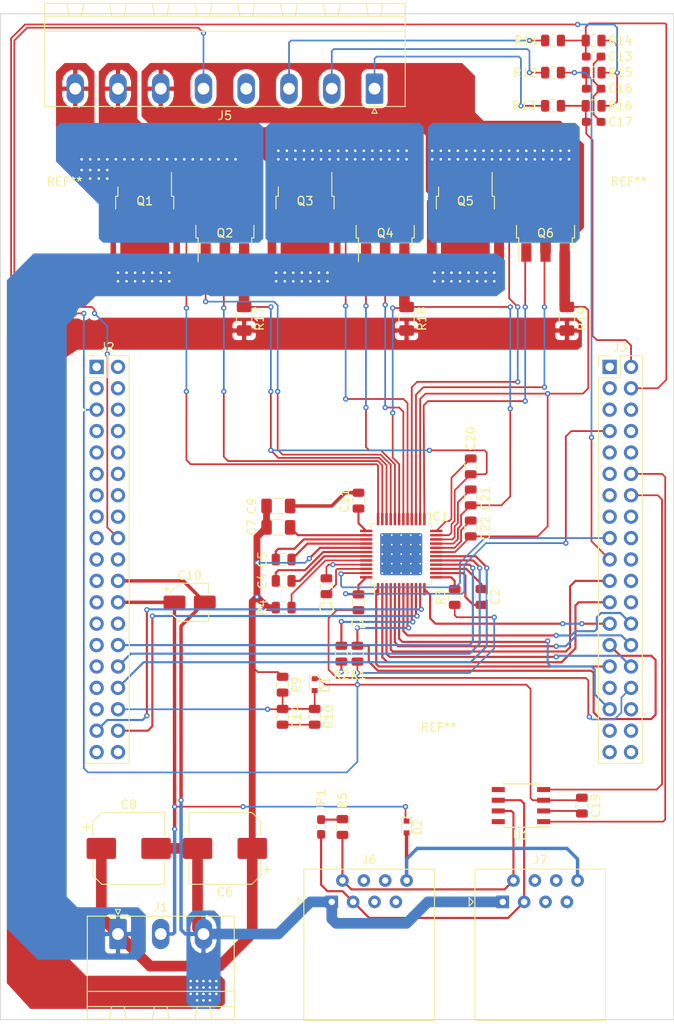
<source format=kicad_pcb>
(kicad_pcb (version 20171130) (host pcbnew "(5.0.2)-1")
  (layers (0 F.Cu signal) (31 B.Cu signal) (34 B.Paste user) (35 F.Paste user) (36 B.SilkS user) (37 F.SilkS user) (38 B.Mask user) (39 F.Mask user) (44 Edge.Cuts user))
  (net 0 "")
  (net 1 VDDA)
  (net 2 GNDA)
  (net 3 /AVDD)
  (net 4 GND)
  (net 5 /DVDD)
  (net 6 /CP1H)
  (net 7 /CP1L)
  (net 8 /CP2L)
  (net 9 /CP2H)
  (net 10 +BATT)
  (net 11 /VCPH)
  (net 12 +12V)
  (net 13 /VCP_LSD)
  (net 14 /HALL_A)
  (net 15 /VBUS)
  (net 16 /HALL_B)
  (net 17 /HALL_C)
  (net 18 VDD)
  (net 19 /SLA)
  (net 20 /SLB)
  (net 21 /SLC)
  (net 22 "Net-(D2-Pad2)")
  (net 23 /EN_GATE)
  (net 24 /INHA)
  (net 25 /INLA)
  (net 26 /INHB)
  (net 27 /INLB)
  (net 28 /INHC)
  (net 29 /INLC)
  (net 30 /~FAULT)
  (net 31 "Net-(IC1-Pad9)")
  (net 32 /SDI)
  (net 33 /SDO)
  (net 34 /SCLK)
  (net 35 /PWRGD)
  (net 36 /SO1)
  (net 37 /SO2)
  (net 38 /SO3)
  (net 39 /GLC)
  (net 40 /SHC)
  (net 41 /GHC)
  (net 42 /GHB)
  (net 43 /SHB)
  (net 44 /GLB)
  (net 45 /GLA)
  (net 46 /SHA)
  (net 47 /GHA)
  (net 48 "Net-(IC1-Pad44)")
  (net 49 /WAKE)
  (net 50 "Net-(J2-Pad38)")
  (net 51 "Net-(J2-Pad37)")
  (net 52 "Net-(J2-Pad33)")
  (net 53 "Net-(J2-Pad31)")
  (net 54 "Net-(J2-Pad29)")
  (net 55 "Net-(J2-Pad27)")
  (net 56 "Net-(J2-Pad26)")
  (net 57 "Net-(J2-Pad25)")
  (net 58 "Net-(J2-Pad23)")
  (net 59 "Net-(J2-Pad21)")
  (net 60 +5V)
  (net 61 "Net-(J2-Pad17)")
  (net 62 "Net-(J2-Pad16)")
  (net 63 "Net-(J2-Pad15)")
  (net 64 "Net-(J2-Pad14)")
  (net 65 "Net-(J2-Pad13)")
  (net 66 "Net-(J2-Pad12)")
  (net 67 "Net-(J2-Pad11)")
  (net 68 "Net-(J2-Pad10)")
  (net 69 "Net-(J2-Pad9)")
  (net 70 "Net-(J2-Pad7)")
  (net 71 "Net-(J2-Pad6)")
  (net 72 "Net-(J2-Pad4)")
  (net 73 "Net-(J2-Pad3)")
  (net 74 "Net-(J2-Pad2)")
  (net 75 "Net-(J2-Pad1)")
  (net 76 "Net-(J3-Pad1)")
  (net 77 "Net-(J3-Pad3)")
  (net 78 "Net-(J3-Pad5)")
  (net 79 "Net-(J3-Pad6)")
  (net 80 "Net-(J3-Pad8)")
  (net 81 "Net-(J3-Pad9)")
  (net 82 "Net-(J3-Pad10)")
  (net 83 "Net-(J3-Pad11)")
  (net 84 /CAN_TX)
  (net 85 "Net-(J3-Pad13)")
  (net 86 /CAN_RX)
  (net 87 "Net-(J3-Pad15)")
  (net 88 "Net-(J3-Pad16)")
  (net 89 "Net-(J3-Pad18)")
  (net 90 "Net-(J3-Pad22)")
  (net 91 "Net-(J3-Pad24)")
  (net 92 "Net-(J3-Pad31)")
  (net 93 "Net-(J3-Pad34)")
  (net 94 "Net-(J3-Pad35)")
  (net 95 "Net-(J3-Pad36)")
  (net 96 "Net-(J3-Pad37)")
  (net 97 "Net-(J3-Pad38)")
  (net 98 "Net-(J6-Pad7)")
  (net 99 "Net-(J6-Pad6)")
  (net 100 "Net-(J6-Pad5)")
  (net 101 "Net-(J6-Pad4)")
  (net 102 /CAN_L)
  (net 103 /CAN_H)
  (net 104 "Net-(J7-Pad4)")
  (net 105 "Net-(J7-Pad5)")
  (net 106 "Net-(J7-Pad6)")
  (net 107 "Net-(J7-Pad7)")
  (net 108 "Net-(JP1-Pad1)")
  (net 109 "Net-(U1-Pad5)")
  (net 110 "Net-(U1-Pad8)")
  (net 111 /HALL_IN_A)
  (net 112 /HALL_IN_B)
  (net 113 /HALL_IN_C)
  (module Connector_Phoenix_MSTB:PhoenixContact_MSTBA_2,5_8-G-5,08_1x08_P5.08mm_Horizontal (layer F.Cu) (at 76.2 55.88 180)
    (fp_text reference J5 (at 17.78 -3.2 180) (layer F.SilkS))
    (fp_text value Motor)
    (pad 1 thru_hole roundrect (at 0 0 180) (size 2.08 3.6) (drill 1.4) (layers *.Cu *.Mask) (roundrect_rratio 0.120192) (net 113 /HALL_IN_C))
    (pad 2 thru_hole oval (at 5.08 0 180) (size 2.08 3.6) (drill 1.4) (layers *.Cu *.Mask) (net 112 /HALL_IN_B))
    (pad 3 thru_hole oval (at 10.16 0 180) (size 2.08 3.6) (drill 1.4) (layers *.Cu *.Mask) (net 111 /HALL_IN_A))
    (pad 4 thru_hole oval (at 15.24 0 180) (size 2.08 3.6) (drill 1.4) (layers *.Cu *.Mask) (net 4 GND))
    (pad 5 thru_hole oval (at 20.32 0 180) (size 2.08 3.6) (drill 1.4) (layers *.Cu *.Mask) (net 60 +5V))
    (pad 6 thru_hole oval (at 25.4 0 180) (size 2.08 3.6) (drill 1.4) (layers *.Cu *.Mask) (net 40 /SHC))
    (pad 7 thru_hole oval (at 30.48 0 180) (size 2.08 3.6) (drill 1.4) (layers *.Cu *.Mask) (net 43 /SHB))
    (pad 8 thru_hole oval (at 35.56 0 180) (size 2.08 3.6) (drill 1.4) (layers *.Cu *.Mask) (net 46 /SHA))
  )
  (module Capacitor_SMD:C_0603_1608Metric_Pad1.05x0.95mm_HandSolder (layer F.Cu) (at 102.235 55.88)
    (fp_text reference C16 (at 3.175 0) (layer F.SilkS))
    (fp_text value 10pF)
    (pad 2 smd roundrect (at 0.875 0) (size 1.05 0.95) (layers F.Cu F.Paste F.Mask) (net 4 GND))
    (pad 1 smd roundrect (at -0.875 0) (size 1.05 0.95) (layers F.Cu F.Paste F.Mask) (net 16 /HALL_B))
  )
  (module Capacitor_SMD:C_0805_2012Metric (layer F.Cu) (at 74.295 116.84 270)
    (fp_text reference C1 (at 2.54 0 180) (layer F.SilkS))
    (fp_text value 1uF)
    (pad 1 smd roundrect (at -0.9375 0 270) (size 0.975 1.4) (layers F.Cu F.Paste F.Mask) (net 1 VDDA))
    (pad 2 smd roundrect (at 0.9375 0 270) (size 0.975 1.4) (layers F.Cu F.Paste F.Mask) (net 2 GNDA))
  )
  (module Capacitor_SMD:C_0805_2012Metric (layer F.Cu) (at 88.9 116.205 270)
    (fp_text reference C2 (at 0 -1.65 270) (layer F.SilkS))
    (fp_text value 1uF)
    (pad 1 smd roundrect (at -0.9375 0 270) (size 0.975 1.4) (layers F.Cu F.Paste F.Mask) (net 3 /AVDD))
    (pad 2 smd roundrect (at 0.9375 0 270) (size 0.975 1.4) (layers F.Cu F.Paste F.Mask) (net 4 GND))
  )
  (module Capacitor_SMD:C_0805_2012Metric (layer F.Cu) (at 70.485 114.935 90)
    (fp_text reference C3 (at -2.54 0 180) (layer F.SilkS))
    (fp_text value 1uF)
    (pad 1 smd roundrect (at -0.9375 0 90) (size 0.975 1.4) (layers F.Cu F.Paste F.Mask) (net 5 /DVDD))
    (pad 2 smd roundrect (at 0.9375 0 90) (size 0.975 1.4) (layers F.Cu F.Paste F.Mask) (net 4 GND))
  )
  (module Capacitor_SMD:C_0805_2012Metric (layer F.Cu) (at 65.405 114.3 180)
    (fp_text reference C4 (at 2.54 0 270) (layer F.SilkS))
    (fp_text value 47nF)
    (pad 1 smd roundrect (at -0.9375 0 180) (size 0.975 1.4) (layers F.Cu F.Paste F.Mask) (net 6 /CP1H))
    (pad 2 smd roundrect (at 0.9375 0 180) (size 0.975 1.4) (layers F.Cu F.Paste F.Mask) (net 7 /CP1L))
  )
  (module Capacitor_SMD:C_0805_2012Metric (layer F.Cu) (at 65.405 111.76)
    (fp_text reference C5 (at -2.54 0 90) (layer F.SilkS))
    (fp_text value 47nF)
    (pad 2 smd roundrect (at 0.9375 0) (size 0.975 1.4) (layers F.Cu F.Paste F.Mask) (net 8 /CP2L))
    (pad 1 smd roundrect (at -0.9375 0) (size 0.975 1.4) (layers F.Cu F.Paste F.Mask) (net 9 /CP2H))
  )
  (module Capacitor_SMD:CP_Elec_8x10 (layer F.Cu) (at 58.42 146.05 180)
    (fp_text reference C6 (at 0 -5.2 180) (layer F.SilkS))
    (fp_text value 220uF)
    (pad 1 smd roundrect (at -3.25 0 180) (size 3.5 2.5) (layers F.Cu F.Paste F.Mask) (roundrect_rratio 0.1) (net 10 +BATT))
    (pad 2 smd roundrect (at 3.25 0 180) (size 3.5 2.5) (layers F.Cu F.Paste F.Mask) (roundrect_rratio 0.1) (net 4 GND))
  )
  (module Capacitor_SMD:C_1206_3216Metric (layer F.Cu) (at 64.77 107.95)
    (fp_text reference C7 (at -3.175 0 90) (layer F.SilkS))
    (fp_text value 2.2uF)
    (pad 2 smd roundrect (at 1.4 0) (size 1.25 1.75) (layers F.Cu F.Paste F.Mask) (roundrect_rratio 0.2) (net 11 /VCPH))
    (pad 1 smd roundrect (at -1.4 0) (size 1.25 1.75) (layers F.Cu F.Paste F.Mask) (roundrect_rratio 0.2) (net 10 +BATT))
  )
  (module Capacitor_SMD:CP_Elec_8x10 (layer F.Cu) (at 46.99 146.05)
    (fp_text reference C8 (at 0 -5.2) (layer F.SilkS))
    (fp_text value 220uF)
    (pad 2 smd roundrect (at 3.25 0) (size 3.5 2.5) (layers F.Cu F.Paste F.Mask) (roundrect_rratio 0.1) (net 4 GND))
    (pad 1 smd roundrect (at -3.25 0) (size 3.5 2.5) (layers F.Cu F.Paste F.Mask) (roundrect_rratio 0.1) (net 10 +BATT))
  )
  (module Capacitor_SMD:C_1206_3216Metric (layer F.Cu) (at 64.77 105.41)
    (fp_text reference C9 (at -3.175 0 90) (layer F.SilkS))
    (fp_text value 4.7uF)
    (pad 1 smd roundrect (at -1.4 0) (size 1.25 1.75) (layers F.Cu F.Paste F.Mask) (roundrect_rratio 0.2) (net 10 +BATT))
    (pad 2 smd roundrect (at 1.4 0) (size 1.25 1.75) (layers F.Cu F.Paste F.Mask) (roundrect_rratio 0.2) (net 4 GND))
  )
  (module Capacitor_SMD:CP_Elec_4x5.8 (layer F.Cu) (at 54.229 116.84)
    (fp_text reference C10 (at 0 -3.2) (layer F.SilkS))
    (fp_text value 10uF)
    (pad 1 smd roundrect (at -1.8 0) (size 2.6 1.6) (layers F.Cu F.Paste F.Mask) (roundrect_rratio 0.15625) (net 12 +12V))
    (pad 2 smd roundrect (at 1.8 0) (size 2.6 1.6) (layers F.Cu F.Paste F.Mask) (roundrect_rratio 0.15625) (net 4 GND))
  )
  (module Capacitor_SMD:C_0805_2012Metric (layer F.Cu) (at 74.295 104.775 90)
    (fp_text reference C11 (at 0 -1.65 90) (layer F.SilkS))
    (fp_text value 1uF)
    (pad 1 smd roundrect (at -0.9375 0 90) (size 0.975 1.4) (layers F.Cu F.Paste F.Mask) (net 13 /VCP_LSD))
    (pad 2 smd roundrect (at 0.9375 0 90) (size 0.975 1.4) (layers F.Cu F.Paste F.Mask) (net 4 GND))
  )
  (module Capacitor_SMD:C_0603_1608Metric_Pad1.05x0.95mm_HandSolder (layer F.Cu) (at 102.235 52.07)
    (fp_text reference C13 (at 3.175 0) (layer F.SilkS))
    (fp_text value 10pF)
    (pad 1 smd roundrect (at -0.875 0) (size 1.05 0.95) (layers F.Cu F.Paste F.Mask) (net 14 /HALL_A))
    (pad 2 smd roundrect (at 0.875 0) (size 1.05 0.95) (layers F.Cu F.Paste F.Mask) (net 4 GND))
  )
  (module Capacitor_SMD:C_0805_2012Metric (layer F.Cu) (at 65.278 130.429 270)
    (fp_text reference C14 (at 0 -1.65 270) (layer F.SilkS))
    (fp_text value 4.7nF)
    (pad 2 smd roundrect (at 0.9375 0 270) (size 0.975 1.4) (layers F.Cu F.Paste F.Mask) (net 4 GND))
    (pad 1 smd roundrect (at -0.9375 0 270) (size 0.975 1.4) (layers F.Cu F.Paste F.Mask) (net 15 /VBUS))
  )
  (module Capacitor_SMD:C_0603_1608Metric_Pad1.05x0.95mm_HandSolder (layer F.Cu) (at 102.235 59.817)
    (fp_text reference C17 (at 3.175 0) (layer F.SilkS))
    (fp_text value 10pF)
    (pad 1 smd roundrect (at -0.875 0) (size 1.05 0.95) (layers F.Cu F.Paste F.Mask) (net 17 /HALL_C))
    (pad 2 smd roundrect (at 0.875 0) (size 1.05 0.95) (layers F.Cu F.Paste F.Mask) (net 4 GND))
  )
  (module Capacitor_SMD:C_0805_2012Metric (layer F.Cu) (at 100.838 140.97 270)
    (fp_text reference C19 (at 0 -1.65 270) (layer F.SilkS))
    (fp_text value 1uF)
    (pad 1 smd roundrect (at -0.9375 0 270) (size 0.975 1.4) (layers F.Cu F.Paste F.Mask) (net 18 VDD))
    (pad 2 smd roundrect (at 0.9375 0 270) (size 0.975 1.4) (layers F.Cu F.Paste F.Mask) (net 4 GND))
  )
  (module Capacitor_SMD:C_0805_2012Metric (layer F.Cu) (at 87.63 100.711 90)
    (fp_text reference C20 (at 3.302 0 90) (layer F.SilkS))
    (fp_text value 1000pF)
    (pad 2 smd roundrect (at 0.9375 0 90) (size 0.975 1.4) (layers F.Cu F.Paste F.Mask) (net 4 GND))
    (pad 1 smd roundrect (at -0.9375 0 90) (size 0.975 1.4) (layers F.Cu F.Paste F.Mask) (net 19 /SLA))
  )
  (module Capacitor_SMD:C_0805_2012Metric (layer F.Cu) (at 87.63 104.394 90)
    (fp_text reference C21 (at -0.127 1.778 90) (layer F.SilkS))
    (fp_text value 1000pF)
    (pad 2 smd roundrect (at 0.9375 0 90) (size 0.975 1.4) (layers F.Cu F.Paste F.Mask) (net 4 GND))
    (pad 1 smd roundrect (at -0.9375 0 90) (size 0.975 1.4) (layers F.Cu F.Paste F.Mask) (net 20 /SLB))
  )
  (module Capacitor_SMD:C_0805_2012Metric (layer F.Cu) (at 87.63 108.077 90)
    (fp_text reference C22 (at 0 1.778 90) (layer F.SilkS))
    (fp_text value 1000pF)
    (pad 1 smd roundrect (at -0.9375 0 90) (size 0.975 1.4) (layers F.Cu F.Paste F.Mask) (net 21 /SLC))
    (pad 2 smd roundrect (at 0.9375 0 90) (size 0.975 1.4) (layers F.Cu F.Paste F.Mask) (net 4 GND))
  )
  (module Diode_SMD:D_SOD-523 (layer F.Cu) (at 69.088 126.619 270)
    (fp_text reference D1 (at 0 -1.3 270) (layer F.SilkS))
    (fp_text value BAT30KFILM)
    (pad 1 smd rect (at -0.7 0 90) (size 0.6 0.7) (layers F.Cu F.Paste F.Mask) (net 18 VDD))
    (pad 2 smd rect (at 0.7 0 90) (size 0.6 0.7) (layers F.Cu F.Paste F.Mask) (net 15 /VBUS))
  )
  (module Diode_SMD:D_SOD-523 (layer F.Cu) (at 80.01 143.51 270)
    (fp_text reference D2 (at 0 -1.3 270) (layer F.SilkS))
    (fp_text value BAT30KFILM)
    (pad 2 smd rect (at 0.7 0 90) (size 0.6 0.7) (layers F.Cu F.Paste F.Mask) (net 22 "Net-(D2-Pad2)"))
    (pad 1 smd rect (at -0.7 0 90) (size 0.6 0.7) (layers F.Cu F.Paste F.Mask) (net 12 +12V))
  )
  (module Package_QFP:TQFP-48-1EP_7x7mm_P0.5mm_EP5x5mm_ThermalVias (layer F.Cu) (at 79.375 111.125 90)
    (fp_text reference IC1 (at 4.445 4.445 180) (layer F.SilkS))
    (fp_text value DRV8305NPHPR)
    (pad 49 smd roundrect (at 0 0 90) (size 5 5) (layers F.Cu F.Mask) (roundrect_rratio 0.05))
    (pad 49 thru_hole circle (at -2.25 -2.25 90) (size 0.5 0.5) (drill 0.2) (layers *.Cu))
    (pad 49 thru_hole circle (at -1.125 -2.25 90) (size 0.5 0.5) (drill 0.2) (layers *.Cu))
    (pad 49 thru_hole circle (at 0 -2.25 90) (size 0.5 0.5) (drill 0.2) (layers *.Cu))
    (pad 49 thru_hole circle (at 1.125 -2.25 90) (size 0.5 0.5) (drill 0.2) (layers *.Cu))
    (pad 49 thru_hole circle (at 2.25 -2.25 90) (size 0.5 0.5) (drill 0.2) (layers *.Cu))
    (pad 49 thru_hole circle (at -2.25 -1.125 90) (size 0.5 0.5) (drill 0.2) (layers *.Cu))
    (pad 49 thru_hole circle (at -1.125 -1.125 90) (size 0.5 0.5) (drill 0.2) (layers *.Cu))
    (pad 49 thru_hole circle (at 0 -1.125 90) (size 0.5 0.5) (drill 0.2) (layers *.Cu))
    (pad 49 thru_hole circle (at 1.125 -1.125 90) (size 0.5 0.5) (drill 0.2) (layers *.Cu))
    (pad 49 thru_hole circle (at 2.25 -1.125 90) (size 0.5 0.5) (drill 0.2) (layers *.Cu))
    (pad 49 thru_hole circle (at -2.25 0 90) (size 0.5 0.5) (drill 0.2) (layers *.Cu))
    (pad 49 thru_hole circle (at -1.125 0 90) (size 0.5 0.5) (drill 0.2) (layers *.Cu))
    (pad 49 thru_hole circle (at 0 0 90) (size 0.5 0.5) (drill 0.2) (layers *.Cu))
    (pad 49 thru_hole circle (at 1.125 0 90) (size 0.5 0.5) (drill 0.2) (layers *.Cu))
    (pad 49 thru_hole circle (at 2.25 0 90) (size 0.5 0.5) (drill 0.2) (layers *.Cu))
    (pad 49 thru_hole circle (at -2.25 1.125 90) (size 0.5 0.5) (drill 0.2) (layers *.Cu))
    (pad 49 thru_hole circle (at -1.125 1.125 90) (size 0.5 0.5) (drill 0.2) (layers *.Cu))
    (pad 49 thru_hole circle (at 0 1.125 90) (size 0.5 0.5) (drill 0.2) (layers *.Cu))
    (pad 49 thru_hole circle (at 1.125 1.125 90) (size 0.5 0.5) (drill 0.2) (layers *.Cu))
    (pad 49 thru_hole circle (at 2.25 1.125 90) (size 0.5 0.5) (drill 0.2) (layers *.Cu))
    (pad 49 thru_hole circle (at -2.25 2.25 90) (size 0.5 0.5) (drill 0.2) (layers *.Cu))
    (pad 49 thru_hole circle (at -1.125 2.25 90) (size 0.5 0.5) (drill 0.2) (layers *.Cu))
    (pad 49 thru_hole circle (at 0 2.25 90) (size 0.5 0.5) (drill 0.2) (layers *.Cu))
    (pad 49 thru_hole circle (at 1.125 2.25 90) (size 0.5 0.5) (drill 0.2) (layers *.Cu))
    (pad 49 thru_hole circle (at 2.25 2.25 90) (size 0.5 0.5) (drill 0.2) (layers *.Cu))
    (pad 49 smd roundrect (at 0 0 90) (size 5 5) (layers B.Cu) (roundrect_rratio 0.05))
    (pad 1 smd roundrect (at -4.1625 -2.75 90) (size 1.475 0.3) (layers F.Cu F.Paste F.Mask) (net 23 /EN_GATE))
    (pad 2 smd roundrect (at -4.1625 -2.25 90) (size 1.475 0.3) (layers F.Cu F.Paste F.Mask) (net 24 /INHA))
    (pad 3 smd roundrect (at -4.1625 -1.75 90) (size 1.475 0.3) (layers F.Cu F.Paste F.Mask) (net 25 /INLA))
    (pad 4 smd roundrect (at -4.1625 -1.25 90) (size 1.475 0.3) (layers F.Cu F.Paste F.Mask) (net 26 /INHB))
    (pad 5 smd roundrect (at -4.1625 -0.75 90) (size 1.475 0.3) (layers F.Cu F.Paste F.Mask) (net 27 /INLB))
    (pad 6 smd roundrect (at -4.1625 -0.25 90) (size 1.475 0.3) (layers F.Cu F.Paste F.Mask) (net 28 /INHC))
    (pad 7 smd roundrect (at -4.1625 0.25 90) (size 1.475 0.3) (layers F.Cu F.Paste F.Mask) (net 29 /INLC))
    (pad 8 smd roundrect (at -4.1625 0.75 90) (size 1.475 0.3) (layers F.Cu F.Paste F.Mask) (net 30 /~FAULT))
    (pad 9 smd roundrect (at -4.1625 1.25 90) (size 1.475 0.3) (layers F.Cu F.Paste F.Mask) (net 31 "Net-(IC1-Pad9)"))
    (pad 10 smd roundrect (at -4.1625 1.75 90) (size 1.475 0.3) (layers F.Cu F.Paste F.Mask) (net 32 /SDI))
    (pad 11 smd roundrect (at -4.1625 2.25 90) (size 1.475 0.3) (layers F.Cu F.Paste F.Mask) (net 33 /SDO))
    (pad 12 smd roundrect (at -4.1625 2.75 90) (size 1.475 0.3) (layers F.Cu F.Paste F.Mask) (net 34 /SCLK))
    (pad 13 smd roundrect (at -2.75 4.1625 90) (size 0.3 1.475) (layers F.Cu F.Paste F.Mask) (net 35 /PWRGD))
    (pad 14 smd roundrect (at -2.25 4.1625 90) (size 0.3 1.475) (layers F.Cu F.Paste F.Mask) (net 4 GND))
    (pad 15 smd roundrect (at -1.75 4.1625 90) (size 0.3 1.475) (layers F.Cu F.Paste F.Mask) (net 3 /AVDD))
    (pad 16 smd roundrect (at -1.25 4.1625 90) (size 0.3 1.475) (layers F.Cu F.Paste F.Mask) (net 36 /SO1))
    (pad 17 smd roundrect (at -0.75 4.1625 90) (size 0.3 1.475) (layers F.Cu F.Paste F.Mask) (net 37 /SO2))
    (pad 18 smd roundrect (at -0.25 4.1625 90) (size 0.3 1.475) (layers F.Cu F.Paste F.Mask) (net 38 /SO3))
    (pad 19 smd roundrect (at 0.25 4.1625 90) (size 0.3 1.475) (layers F.Cu F.Paste F.Mask) (net 21 /SLC))
    (pad 20 smd roundrect (at 0.75 4.1625 90) (size 0.3 1.475) (layers F.Cu F.Paste F.Mask) (net 4 GND))
    (pad 21 smd roundrect (at 1.25 4.1625 90) (size 0.3 1.475) (layers F.Cu F.Paste F.Mask) (net 20 /SLB))
    (pad 22 smd roundrect (at 1.75 4.1625 90) (size 0.3 1.475) (layers F.Cu F.Paste F.Mask) (net 4 GND))
    (pad 23 smd roundrect (at 2.25 4.1625 90) (size 0.3 1.475) (layers F.Cu F.Paste F.Mask) (net 19 /SLA))
    (pad 24 smd roundrect (at 2.75 4.1625 90) (size 0.3 1.475) (layers F.Cu F.Paste F.Mask) (net 4 GND))
    (pad 25 smd roundrect (at 4.1625 2.75 90) (size 1.475 0.3) (layers F.Cu F.Paste F.Mask) (net 39 /GLC))
    (pad 26 smd roundrect (at 4.1625 2.25 90) (size 1.475 0.3) (layers F.Cu F.Paste F.Mask) (net 21 /SLC))
    (pad 27 smd roundrect (at 4.1625 1.75 90) (size 1.475 0.3) (layers F.Cu F.Paste F.Mask) (net 40 /SHC))
    (pad 28 smd roundrect (at 4.1625 1.25 90) (size 1.475 0.3) (layers F.Cu F.Paste F.Mask) (net 41 /GHC))
    (pad 29 smd roundrect (at 4.1625 0.75 90) (size 1.475 0.3) (layers F.Cu F.Paste F.Mask) (net 42 /GHB))
    (pad 30 smd roundrect (at 4.1625 0.25 90) (size 1.475 0.3) (layers F.Cu F.Paste F.Mask) (net 43 /SHB))
    (pad 31 smd roundrect (at 4.1625 -0.25 90) (size 1.475 0.3) (layers F.Cu F.Paste F.Mask) (net 20 /SLB))
    (pad 32 smd roundrect (at 4.1625 -0.75 90) (size 1.475 0.3) (layers F.Cu F.Paste F.Mask) (net 44 /GLB))
    (pad 33 smd roundrect (at 4.1625 -1.25 90) (size 1.475 0.3) (layers F.Cu F.Paste F.Mask) (net 45 /GLA))
    (pad 34 smd roundrect (at 4.1625 -1.75 90) (size 1.475 0.3) (layers F.Cu F.Paste F.Mask) (net 19 /SLA))
    (pad 35 smd roundrect (at 4.1625 -2.25 90) (size 1.475 0.3) (layers F.Cu F.Paste F.Mask) (net 46 /SHA))
    (pad 36 smd roundrect (at 4.1625 -2.75 90) (size 1.475 0.3) (layers F.Cu F.Paste F.Mask) (net 47 /GHA))
    (pad 37 smd roundrect (at 2.75 -4.1625 90) (size 0.3 1.475) (layers F.Cu F.Paste F.Mask) (net 13 /VCP_LSD))
    (pad 38 smd roundrect (at 2.25 -4.1625 90) (size 0.3 1.475) (layers F.Cu F.Paste F.Mask) (net 11 /VCPH))
    (pad 39 smd roundrect (at 1.75 -4.1625 90) (size 0.3 1.475) (layers F.Cu F.Paste F.Mask) (net 9 /CP2H))
    (pad 40 smd roundrect (at 1.25 -4.1625 90) (size 0.3 1.475) (layers F.Cu F.Paste F.Mask) (net 8 /CP2L))
    (pad 41 smd roundrect (at 0.75 -4.1625 90) (size 0.3 1.475) (layers F.Cu F.Paste F.Mask) (net 10 +BATT))
    (pad 42 smd roundrect (at 0.25 -4.1625 90) (size 0.3 1.475) (layers F.Cu F.Paste F.Mask) (net 7 /CP1L))
    (pad 43 smd roundrect (at -0.25 -4.1625 90) (size 0.3 1.475) (layers F.Cu F.Paste F.Mask) (net 6 /CP1H))
    (pad 44 smd roundrect (at -0.75 -4.1625 90) (size 0.3 1.475) (layers F.Cu F.Paste F.Mask) (net 48 "Net-(IC1-Pad44)"))
    (pad 45 smd roundrect (at -1.25 -4.1625 90) (size 0.3 1.475) (layers F.Cu F.Paste F.Mask) (net 4 GND))
    (pad 46 smd roundrect (at -1.75 -4.1625 90) (size 0.3 1.475) (layers F.Cu F.Paste F.Mask) (net 5 /DVDD))
    (pad 47 smd roundrect (at -2.25 -4.1625 90) (size 0.3 1.475) (layers F.Cu F.Paste F.Mask) (net 49 /WAKE))
    (pad 48 smd roundrect (at -2.75 -4.1625 90) (size 0.3 1.475) (layers F.Cu F.Paste F.Mask) (net 1 VDDA))
  )
  (module Connector_Phoenix_MSTB:PhoenixContact_MSTBA_2,5_3-G-5,08_1x03_P5.08mm_Horizontal (layer F.Cu) (at 45.72 156.21)
    (fp_text reference J1 (at 5.08 -3.2) (layer F.SilkS))
    (fp_text value PWR)
    (pad 1 thru_hole roundrect (at 0 0) (size 2.08 3.6) (drill 1.4) (layers *.Cu *.Mask) (roundrect_rratio 0.120192) (net 10 +BATT))
    (pad 2 thru_hole oval (at 5.08 0) (size 2.08 3.6) (drill 1.4) (layers *.Cu *.Mask) (net 12 +12V))
    (pad 3 thru_hole oval (at 10.16 0) (size 2.08 3.6) (drill 1.4) (layers *.Cu *.Mask) (net 4 GND))
  )
  (module Connector_PinHeader_2.54mm:PinHeader_2x19_P2.54mm_Vertical (layer F.Cu) (at 43.18 88.9)
    (fp_text reference J2 (at 1.27 -2.33) (layer F.SilkS))
    (fp_text value N_CN7)
    (pad 38 thru_hole oval (at 2.54 45.72) (size 1.7 1.7) (drill 1) (layers *.Cu *.Mask) (net 50 "Net-(J2-Pad38)"))
    (pad 37 thru_hole oval (at 0 45.72) (size 1.7 1.7) (drill 1) (layers *.Cu *.Mask) (net 51 "Net-(J2-Pad37)"))
    (pad 36 thru_hole oval (at 2.54 43.18) (size 1.7 1.7) (drill 1) (layers *.Cu *.Mask) (net 32 /SDI))
    (pad 35 thru_hole oval (at 0 43.18) (size 1.7 1.7) (drill 1) (layers *.Cu *.Mask) (net 33 /SDO))
    (pad 34 thru_hole oval (at 2.54 40.64) (size 1.7 1.7) (drill 1) (layers *.Cu *.Mask) (net 15 /VBUS))
    (pad 33 thru_hole oval (at 0 40.64) (size 1.7 1.7) (drill 1) (layers *.Cu *.Mask) (net 52 "Net-(J2-Pad33)"))
    (pad 32 thru_hole oval (at 2.54 38.1) (size 1.7 1.7) (drill 1) (layers *.Cu *.Mask) (net 38 /SO3))
    (pad 31 thru_hole oval (at 0 38.1) (size 1.7 1.7) (drill 1) (layers *.Cu *.Mask) (net 53 "Net-(J2-Pad31)"))
    (pad 30 thru_hole oval (at 2.54 35.56) (size 1.7 1.7) (drill 1) (layers *.Cu *.Mask) (net 37 /SO2))
    (pad 29 thru_hole oval (at 0 35.56) (size 1.7 1.7) (drill 1) (layers *.Cu *.Mask) (net 54 "Net-(J2-Pad29)"))
    (pad 28 thru_hole oval (at 2.54 33.02) (size 1.7 1.7) (drill 1) (layers *.Cu *.Mask) (net 36 /SO1))
    (pad 27 thru_hole oval (at 0 33.02) (size 1.7 1.7) (drill 1) (layers *.Cu *.Mask) (net 55 "Net-(J2-Pad27)"))
    (pad 26 thru_hole oval (at 2.54 30.48) (size 1.7 1.7) (drill 1) (layers *.Cu *.Mask) (net 56 "Net-(J2-Pad26)"))
    (pad 25 thru_hole oval (at 0 30.48) (size 1.7 1.7) (drill 1) (layers *.Cu *.Mask) (net 57 "Net-(J2-Pad25)"))
    (pad 24 thru_hole oval (at 2.54 27.94) (size 1.7 1.7) (drill 1) (layers *.Cu *.Mask) (net 12 +12V))
    (pad 23 thru_hole oval (at 0 27.94) (size 1.7 1.7) (drill 1) (layers *.Cu *.Mask) (net 58 "Net-(J2-Pad23)"))
    (pad 22 thru_hole oval (at 2.54 25.4) (size 1.7 1.7) (drill 1) (layers *.Cu *.Mask) (net 4 GND))
    (pad 21 thru_hole oval (at 0 25.4) (size 1.7 1.7) (drill 1) (layers *.Cu *.Mask) (net 59 "Net-(J2-Pad21)"))
    (pad 20 thru_hole oval (at 2.54 22.86) (size 1.7 1.7) (drill 1) (layers *.Cu *.Mask) (net 4 GND))
    (pad 19 thru_hole oval (at 0 22.86) (size 1.7 1.7) (drill 1) (layers *.Cu *.Mask) (net 4 GND))
    (pad 18 thru_hole oval (at 2.54 20.32) (size 1.7 1.7) (drill 1) (layers *.Cu *.Mask) (net 60 +5V))
    (pad 17 thru_hole oval (at 0 20.32) (size 1.7 1.7) (drill 1) (layers *.Cu *.Mask) (net 61 "Net-(J2-Pad17)"))
    (pad 16 thru_hole oval (at 2.54 17.78) (size 1.7 1.7) (drill 1) (layers *.Cu *.Mask) (net 62 "Net-(J2-Pad16)"))
    (pad 15 thru_hole oval (at 0 17.78) (size 1.7 1.7) (drill 1) (layers *.Cu *.Mask) (net 63 "Net-(J2-Pad15)"))
    (pad 14 thru_hole oval (at 2.54 15.24) (size 1.7 1.7) (drill 1) (layers *.Cu *.Mask) (net 64 "Net-(J2-Pad14)"))
    (pad 13 thru_hole oval (at 0 15.24) (size 1.7 1.7) (drill 1) (layers *.Cu *.Mask) (net 65 "Net-(J2-Pad13)"))
    (pad 12 thru_hole oval (at 2.54 12.7) (size 1.7 1.7) (drill 1) (layers *.Cu *.Mask) (net 66 "Net-(J2-Pad12)"))
    (pad 11 thru_hole oval (at 0 12.7) (size 1.7 1.7) (drill 1) (layers *.Cu *.Mask) (net 67 "Net-(J2-Pad11)"))
    (pad 10 thru_hole oval (at 2.54 10.16) (size 1.7 1.7) (drill 1) (layers *.Cu *.Mask) (net 68 "Net-(J2-Pad10)"))
    (pad 9 thru_hole oval (at 0 10.16) (size 1.7 1.7) (drill 1) (layers *.Cu *.Mask) (net 69 "Net-(J2-Pad9)"))
    (pad 8 thru_hole oval (at 2.54 7.62) (size 1.7 1.7) (drill 1) (layers *.Cu *.Mask) (net 4 GND))
    (pad 7 thru_hole oval (at 0 7.62) (size 1.7 1.7) (drill 1) (layers *.Cu *.Mask) (net 70 "Net-(J2-Pad7)"))
    (pad 6 thru_hole oval (at 2.54 5.08) (size 1.7 1.7) (drill 1) (layers *.Cu *.Mask) (net 71 "Net-(J2-Pad6)"))
    (pad 5 thru_hole oval (at 0 5.08) (size 1.7 1.7) (drill 1) (layers *.Cu *.Mask) (net 18 VDD))
    (pad 4 thru_hole oval (at 2.54 2.54) (size 1.7 1.7) (drill 1) (layers *.Cu *.Mask) (net 72 "Net-(J2-Pad4)"))
    (pad 3 thru_hole oval (at 0 2.54) (size 1.7 1.7) (drill 1) (layers *.Cu *.Mask) (net 73 "Net-(J2-Pad3)"))
    (pad 2 thru_hole oval (at 2.54 0) (size 1.7 1.7) (drill 1) (layers *.Cu *.Mask) (net 74 "Net-(J2-Pad2)"))
    (pad 1 thru_hole rect (at 0 0) (size 1.7 1.7) (drill 1) (layers *.Cu *.Mask) (net 75 "Net-(J2-Pad1)"))
  )
  (module Connector_PinHeader_2.54mm:PinHeader_2x19_P2.54mm_Vertical (layer F.Cu) (at 104.14 88.9)
    (fp_text reference J3 (at 1.27 -2.33) (layer F.SilkS))
    (fp_text value N_CN10)
    (pad 1 thru_hole rect (at 0 0) (size 1.7 1.7) (drill 1) (layers *.Cu *.Mask) (net 76 "Net-(J3-Pad1)"))
    (pad 2 thru_hole oval (at 2.54 0) (size 1.7 1.7) (drill 1) (layers *.Cu *.Mask) (net 17 /HALL_C))
    (pad 3 thru_hole oval (at 0 2.54) (size 1.7 1.7) (drill 1) (layers *.Cu *.Mask) (net 77 "Net-(J3-Pad3)"))
    (pad 4 thru_hole oval (at 2.54 2.54) (size 1.7 1.7) (drill 1) (layers *.Cu *.Mask) (net 14 /HALL_A))
    (pad 5 thru_hole oval (at 0 5.08) (size 1.7 1.7) (drill 1) (layers *.Cu *.Mask) (net 78 "Net-(J3-Pad5)"))
    (pad 6 thru_hole oval (at 2.54 5.08) (size 1.7 1.7) (drill 1) (layers *.Cu *.Mask) (net 79 "Net-(J3-Pad6)"))
    (pad 7 thru_hole oval (at 0 7.62) (size 1.7 1.7) (drill 1) (layers *.Cu *.Mask) (net 1 VDDA))
    (pad 8 thru_hole oval (at 2.54 7.62) (size 1.7 1.7) (drill 1) (layers *.Cu *.Mask) (net 80 "Net-(J3-Pad8)"))
    (pad 9 thru_hole oval (at 0 10.16) (size 1.7 1.7) (drill 1) (layers *.Cu *.Mask) (net 81 "Net-(J3-Pad9)"))
    (pad 10 thru_hole oval (at 2.54 10.16) (size 1.7 1.7) (drill 1) (layers *.Cu *.Mask) (net 82 "Net-(J3-Pad10)"))
    (pad 11 thru_hole oval (at 0 12.7) (size 1.7 1.7) (drill 1) (layers *.Cu *.Mask) (net 83 "Net-(J3-Pad11)"))
    (pad 12 thru_hole oval (at 2.54 12.7) (size 1.7 1.7) (drill 1) (layers *.Cu *.Mask) (net 84 /CAN_TX))
    (pad 13 thru_hole oval (at 0 15.24) (size 1.7 1.7) (drill 1) (layers *.Cu *.Mask) (net 85 "Net-(J3-Pad13)"))
    (pad 14 thru_hole oval (at 2.54 15.24) (size 1.7 1.7) (drill 1) (layers *.Cu *.Mask) (net 86 /CAN_RX))
    (pad 15 thru_hole oval (at 0 17.78) (size 1.7 1.7) (drill 1) (layers *.Cu *.Mask) (net 87 "Net-(J3-Pad15)"))
    (pad 16 thru_hole oval (at 2.54 17.78) (size 1.7 1.7) (drill 1) (layers *.Cu *.Mask) (net 88 "Net-(J3-Pad16)"))
    (pad 17 thru_hole oval (at 0 20.32) (size 1.7 1.7) (drill 1) (layers *.Cu *.Mask) (net 49 /WAKE))
    (pad 18 thru_hole oval (at 2.54 20.32) (size 1.7 1.7) (drill 1) (layers *.Cu *.Mask) (net 89 "Net-(J3-Pad18)"))
    (pad 19 thru_hole oval (at 0 22.86) (size 1.7 1.7) (drill 1) (layers *.Cu *.Mask) (net 16 /HALL_B))
    (pad 20 thru_hole oval (at 2.54 22.86) (size 1.7 1.7) (drill 1) (layers *.Cu *.Mask) (net 4 GND))
    (pad 21 thru_hole oval (at 0 25.4) (size 1.7 1.7) (drill 1) (layers *.Cu *.Mask) (net 26 /INHB))
    (pad 22 thru_hole oval (at 2.54 25.4) (size 1.7 1.7) (drill 1) (layers *.Cu *.Mask) (net 90 "Net-(J3-Pad22)"))
    (pad 23 thru_hole oval (at 0 27.94) (size 1.7 1.7) (drill 1) (layers *.Cu *.Mask) (net 24 /INHA))
    (pad 24 thru_hole oval (at 2.54 27.94) (size 1.7 1.7) (drill 1) (layers *.Cu *.Mask) (net 91 "Net-(J3-Pad24)"))
    (pad 25 thru_hole oval (at 0 30.48) (size 1.7 1.7) (drill 1) (layers *.Cu *.Mask) (net 34 /SCLK))
    (pad 26 thru_hole oval (at 2.54 30.48) (size 1.7 1.7) (drill 1) (layers *.Cu *.Mask) (net 29 /INLC))
    (pad 27 thru_hole oval (at 0 33.02) (size 1.7 1.7) (drill 1) (layers *.Cu *.Mask) (net 30 /~FAULT))
    (pad 28 thru_hole oval (at 2.54 33.02) (size 1.7 1.7) (drill 1) (layers *.Cu *.Mask) (net 27 /INLB))
    (pad 29 thru_hole oval (at 0 35.56) (size 1.7 1.7) (drill 1) (layers *.Cu *.Mask) (net 23 /EN_GATE))
    (pad 30 thru_hole oval (at 2.54 35.56) (size 1.7 1.7) (drill 1) (layers *.Cu *.Mask) (net 25 /INLA))
    (pad 31 thru_hole oval (at 0 38.1) (size 1.7 1.7) (drill 1) (layers *.Cu *.Mask) (net 92 "Net-(J3-Pad31)"))
    (pad 32 thru_hole oval (at 2.54 38.1) (size 1.7 1.7) (drill 1) (layers *.Cu *.Mask) (net 2 GNDA))
    (pad 33 thru_hole oval (at 0 40.64) (size 1.7 1.7) (drill 1) (layers *.Cu *.Mask) (net 28 /INHC))
    (pad 34 thru_hole oval (at 2.54 40.64) (size 1.7 1.7) (drill 1) (layers *.Cu *.Mask) (net 93 "Net-(J3-Pad34)"))
    (pad 35 thru_hole oval (at 0 43.18) (size 1.7 1.7) (drill 1) (layers *.Cu *.Mask) (net 94 "Net-(J3-Pad35)"))
    (pad 36 thru_hole oval (at 2.54 43.18) (size 1.7 1.7) (drill 1) (layers *.Cu *.Mask) (net 95 "Net-(J3-Pad36)"))
    (pad 37 thru_hole oval (at 0 45.72) (size 1.7 1.7) (drill 1) (layers *.Cu *.Mask) (net 96 "Net-(J3-Pad37)"))
    (pad 38 thru_hole oval (at 2.54 45.72) (size 1.7 1.7) (drill 1) (layers *.Cu *.Mask) (net 97 "Net-(J3-Pad38)"))
  )
  (module Connector_RJ:RJ45_Amphenol_54602-x08_Horizontal (layer F.Cu) (at 71.12 152.4)
    (fp_text reference J6 (at 4.445 -5) (layer F.SilkS))
    (fp_text value RJ45)
    (pad 8 thru_hole circle (at 8.89 -2.54) (size 1.5 1.5) (drill 0.76) (layers *.Cu *.Mask) (net 22 "Net-(D2-Pad2)"))
    (pad 7 thru_hole circle (at 7.62 0) (size 1.5 1.5) (drill 0.76) (layers *.Cu *.Mask) (net 98 "Net-(J6-Pad7)"))
    (pad 6 thru_hole circle (at 6.35 -2.54) (size 1.5 1.5) (drill 0.76) (layers *.Cu *.Mask) (net 99 "Net-(J6-Pad6)"))
    (pad 5 thru_hole circle (at 5.08 0) (size 1.5 1.5) (drill 0.76) (layers *.Cu *.Mask) (net 100 "Net-(J6-Pad5)"))
    (pad 4 thru_hole circle (at 3.81 -2.54) (size 1.5 1.5) (drill 0.76) (layers *.Cu *.Mask) (net 101 "Net-(J6-Pad4)"))
    (pad 3 thru_hole circle (at 2.54 0) (size 1.5 1.5) (drill 0.76) (layers *.Cu *.Mask) (net 102 /CAN_L))
    (pad 2 thru_hole circle (at 1.27 -2.54) (size 1.5 1.5) (drill 0.76) (layers *.Cu *.Mask) (net 103 /CAN_H))
    (pad 1 thru_hole rect (at 0 0) (size 1.5 1.5) (drill 0.76) (layers *.Cu *.Mask) (net 4 GND))
    (pad "" np_thru_hole circle (at -1.27 6.35) (size 3.2 3.2) (drill 3.2) (layers *.Cu *.Mask))
    (pad "" np_thru_hole circle (at 10.16 6.35) (size 3.2 3.2) (drill 3.2) (layers *.Cu *.Mask))
  )
  (module Connector_RJ:RJ45_Amphenol_54602-x08_Horizontal (layer F.Cu) (at 91.44 152.4)
    (fp_text reference J7 (at 4.445 -5) (layer F.SilkS))
    (fp_text value RJ45)
    (pad "" np_thru_hole circle (at 10.16 6.35) (size 3.2 3.2) (drill 3.2) (layers *.Cu *.Mask))
    (pad "" np_thru_hole circle (at -1.27 6.35) (size 3.2 3.2) (drill 3.2) (layers *.Cu *.Mask))
    (pad 1 thru_hole rect (at 0 0) (size 1.5 1.5) (drill 0.76) (layers *.Cu *.Mask) (net 4 GND))
    (pad 2 thru_hole circle (at 1.27 -2.54) (size 1.5 1.5) (drill 0.76) (layers *.Cu *.Mask) (net 103 /CAN_H))
    (pad 3 thru_hole circle (at 2.54 0) (size 1.5 1.5) (drill 0.76) (layers *.Cu *.Mask) (net 102 /CAN_L))
    (pad 4 thru_hole circle (at 3.81 -2.54) (size 1.5 1.5) (drill 0.76) (layers *.Cu *.Mask) (net 104 "Net-(J7-Pad4)"))
    (pad 5 thru_hole circle (at 5.08 0) (size 1.5 1.5) (drill 0.76) (layers *.Cu *.Mask) (net 105 "Net-(J7-Pad5)"))
    (pad 6 thru_hole circle (at 6.35 -2.54) (size 1.5 1.5) (drill 0.76) (layers *.Cu *.Mask) (net 106 "Net-(J7-Pad6)"))
    (pad 7 thru_hole circle (at 7.62 0) (size 1.5 1.5) (drill 0.76) (layers *.Cu *.Mask) (net 107 "Net-(J7-Pad7)"))
    (pad 8 thru_hole circle (at 8.89 -2.54) (size 1.5 1.5) (drill 0.76) (layers *.Cu *.Mask) (net 22 "Net-(D2-Pad2)"))
  )
  (module Resistor_SMD:R_0603_1608Metric_Pad1.05x0.95mm_HandSolder (layer F.Cu) (at 69.85 143.51 270)
    (fp_text reference JP1 (at -3.175 0 270) (layer F.SilkS))
    (fp_text value CAN)
    (pad 1 smd roundrect (at -0.875 0 270) (size 1.05 0.95) (layers F.Cu F.Paste F.Mask) (net 108 "Net-(JP1-Pad1)"))
    (pad 2 smd roundrect (at 0.875 0 270) (size 1.05 0.95) (layers F.Cu F.Paste F.Mask) (net 102 /CAN_L))
  )
  (module Package_TO_SOT_SMD:TO-252-3_TabPin2 (layer F.Cu) (at 48.895 71.12 270)
    (fp_text reference Q1 (at -1.905 0) (layer F.SilkS))
    (fp_text value STD140N6F7)
    (pad 1 smd rect (at -4.2 -2.28 270) (size 2.2 1.2) (layers F.Cu F.Paste F.Mask) (net 47 /GHA))
    (pad 2 smd rect (at -4.2 0 270) (size 2.2 1.2) (layers F.Cu F.Paste F.Mask) (net 10 +BATT))
    (pad 3 smd rect (at -4.2 2.28 270) (size 2.2 1.2) (layers F.Cu F.Paste F.Mask) (net 46 /SHA))
    (pad 2 smd rect (at 2.1 0 270) (size 6.4 5.8) (layers F.Cu F.Mask) (net 10 +BATT))
  )
  (module Package_TO_SOT_SMD:TO-252-3_TabPin2 (layer F.Cu) (at 58.42 71.12 90)
    (fp_text reference Q2 (at -1.905 0 180) (layer F.SilkS))
    (fp_text value STD140N6F7)
    (pad 2 smd rect (at 2.1 0 90) (size 6.4 5.8) (layers F.Cu F.Mask) (net 46 /SHA))
    (pad 3 smd rect (at -4.2 2.28 90) (size 2.2 1.2) (layers F.Cu F.Paste F.Mask) (net 19 /SLA))
    (pad 2 smd rect (at -4.2 0 90) (size 2.2 1.2) (layers F.Cu F.Paste F.Mask) (net 46 /SHA))
    (pad 1 smd rect (at -4.2 -2.28 90) (size 2.2 1.2) (layers F.Cu F.Paste F.Mask) (net 45 /GLA))
  )
  (module Package_TO_SOT_SMD:TO-252-3_TabPin2 (layer F.Cu) (at 67.945 71.12 270)
    (fp_text reference Q3 (at -1.905 0) (layer F.SilkS))
    (fp_text value STD140N6F7)
    (pad 2 smd rect (at 2.1 0 270) (size 6.4 5.8) (layers F.Cu F.Mask) (net 10 +BATT))
    (pad 3 smd rect (at -4.2 2.28 270) (size 2.2 1.2) (layers F.Cu F.Paste F.Mask) (net 43 /SHB))
    (pad 2 smd rect (at -4.2 0 270) (size 2.2 1.2) (layers F.Cu F.Paste F.Mask) (net 10 +BATT))
    (pad 1 smd rect (at -4.2 -2.28 270) (size 2.2 1.2) (layers F.Cu F.Paste F.Mask) (net 42 /GHB))
  )
  (module Package_TO_SOT_SMD:TO-252-3_TabPin2 (layer F.Cu) (at 77.47 71.12 90)
    (fp_text reference Q4 (at -1.905 0 180) (layer F.SilkS))
    (fp_text value STD140N6F7)
    (pad 1 smd rect (at -4.2 -2.28 90) (size 2.2 1.2) (layers F.Cu F.Paste F.Mask) (net 44 /GLB))
    (pad 2 smd rect (at -4.2 0 90) (size 2.2 1.2) (layers F.Cu F.Paste F.Mask) (net 43 /SHB))
    (pad 3 smd rect (at -4.2 2.28 90) (size 2.2 1.2) (layers F.Cu F.Paste F.Mask) (net 20 /SLB))
    (pad 2 smd rect (at 2.1 0 90) (size 6.4 5.8) (layers F.Cu F.Mask) (net 43 /SHB))
  )
  (module Package_TO_SOT_SMD:TO-252-3_TabPin2 (layer F.Cu) (at 86.995 71.12 270)
    (fp_text reference Q5 (at -1.905 0) (layer F.SilkS))
    (fp_text value STD140N6F7)
    (pad 1 smd rect (at -4.2 -2.28 270) (size 2.2 1.2) (layers F.Cu F.Paste F.Mask) (net 41 /GHC))
    (pad 2 smd rect (at -4.2 0 270) (size 2.2 1.2) (layers F.Cu F.Paste F.Mask) (net 10 +BATT))
    (pad 3 smd rect (at -4.2 2.28 270) (size 2.2 1.2) (layers F.Cu F.Paste F.Mask) (net 40 /SHC))
    (pad 2 smd rect (at 2.1 0 270) (size 6.4 5.8) (layers F.Cu F.Mask) (net 10 +BATT))
  )
  (module Package_TO_SOT_SMD:TO-252-3_TabPin2 (layer F.Cu) (at 96.52 71.12 90)
    (fp_text reference Q6 (at -1.905 0 180) (layer F.SilkS))
    (fp_text value STD140N6F7)
    (pad 2 smd rect (at 2.1 0 90) (size 6.4 5.8) (layers F.Cu F.Mask) (net 40 /SHC))
    (pad 3 smd rect (at -4.2 2.28 90) (size 2.2 1.2) (layers F.Cu F.Paste F.Mask) (net 21 /SLC))
    (pad 2 smd rect (at -4.2 0 90) (size 2.2 1.2) (layers F.Cu F.Paste F.Mask) (net 40 /SHC))
    (pad 1 smd rect (at -4.2 -2.28 90) (size 2.2 1.2) (layers F.Cu F.Paste F.Mask) (net 39 /GLC))
  )
  (module Resistor_SMD:R_0805_2012Metric (layer F.Cu) (at 74.168 122.936 90)
    (fp_text reference R1 (at -2.54 0.127 180) (layer F.SilkS))
    (fp_text value 10k)
    (pad 1 smd roundrect (at -0.9375 0 90) (size 0.975 1.4) (layers F.Cu F.Paste F.Mask) (net 18 VDD))
    (pad 2 smd roundrect (at 0.9375 0 90) (size 0.975 1.4) (layers F.Cu F.Paste F.Mask) (net 30 /~FAULT))
  )
  (module Resistor_SMD:R_0805_2012Metric (layer F.Cu) (at 72.263 122.936 270)
    (fp_text reference R2 (at 2.54 0) (layer F.SilkS))
    (fp_text value 10k)
    (pad 2 smd roundrect (at 0.9375 0 270) (size 0.975 1.4) (layers F.Cu F.Paste F.Mask) (net 4 GND))
    (pad 1 smd roundrect (at -0.9375 0 270) (size 0.975 1.4) (layers F.Cu F.Paste F.Mask) (net 31 "Net-(IC1-Pad9)"))
  )
  (module Resistor_SMD:R_0805_2012Metric (layer F.Cu) (at 85.725 116.205 90)
    (fp_text reference R3 (at 0 -1.65 90) (layer F.SilkS))
    (fp_text value 10k)
    (pad 2 smd roundrect (at 0.9375 0 90) (size 0.975 1.4) (layers F.Cu F.Paste F.Mask) (net 35 /PWRGD))
    (pad 1 smd roundrect (at -0.9375 0 90) (size 0.975 1.4) (layers F.Cu F.Paste F.Mask) (net 18 VDD))
  )
  (module Resistor_SMD:R_0805_2012Metric (layer F.Cu) (at 65.405 117.475)
    (fp_text reference R4 (at -2.54 0 90) (layer F.SilkS))
    (fp_text value 100)
    (pad 1 smd roundrect (at -0.9375 0) (size 0.975 1.4) (layers F.Cu F.Paste F.Mask) (net 10 +BATT))
    (pad 2 smd roundrect (at 0.9375 0) (size 0.975 1.4) (layers F.Cu F.Paste F.Mask) (net 48 "Net-(IC1-Pad44)"))
  )
  (module Resistor_SMD:R_0805_2012Metric (layer F.Cu) (at 72.39 143.51 90)
    (fp_text reference R5 (at 3.175 0 90) (layer F.SilkS))
    (fp_text value 120)
    (pad 1 smd roundrect (at -0.9375 0 90) (size 0.975 1.4) (layers F.Cu F.Paste F.Mask) (net 103 /CAN_H))
    (pad 2 smd roundrect (at 0.9375 0 90) (size 0.975 1.4) (layers F.Cu F.Paste F.Mask) (net 108 "Net-(JP1-Pad1)"))
  )
  (module Resistor_SMD:R_0805_2012Metric (layer F.Cu) (at 65.278 126.619 270)
    (fp_text reference R9 (at 0 -1.65 270) (layer F.SilkS))
    (fp_text value 169k)
    (pad 1 smd roundrect (at -0.9375 0 270) (size 0.975 1.4) (layers F.Cu F.Paste F.Mask) (net 10 +BATT))
    (pad 2 smd roundrect (at 0.9375 0 270) (size 0.975 1.4) (layers F.Cu F.Paste F.Mask) (net 15 /VBUS))
  )
  (module Resistor_SMD:R_0805_2012Metric (layer F.Cu) (at 69.088 130.429 270)
    (fp_text reference R10 (at 0 -1.65 270) (layer F.SilkS))
    (fp_text value 9.31k)
    (pad 2 smd roundrect (at 0.9375 0 270) (size 0.975 1.4) (layers F.Cu F.Paste F.Mask) (net 4 GND))
    (pad 1 smd roundrect (at -0.9375 0 270) (size 0.975 1.4) (layers F.Cu F.Paste F.Mask) (net 15 /VBUS))
  )
  (module Resistor_SMD:R_0805_2012Metric (layer F.Cu) (at 97.409 50.165 180)
    (fp_text reference R11 (at 3.175 0) (layer F.SilkS))
    (fp_text value 1k)
    (pad 1 smd roundrect (at -0.9375 0 180) (size 0.975 1.4) (layers F.Cu F.Paste F.Mask) (net 14 /HALL_A))
    (pad 2 smd roundrect (at 0.9375 0 180) (size 0.975 1.4) (layers F.Cu F.Paste F.Mask) (net 111 /HALL_IN_A))
  )
  (module Resistor_SMD:R_0805_2012Metric (layer F.Cu) (at 97.409 53.975 180)
    (fp_text reference R12 (at 3.302 0) (layer F.SilkS))
    (fp_text value 1k)
    (pad 1 smd roundrect (at -0.9375 0 180) (size 0.975 1.4) (layers F.Cu F.Paste F.Mask) (net 16 /HALL_B))
    (pad 2 smd roundrect (at 0.9375 0 180) (size 0.975 1.4) (layers F.Cu F.Paste F.Mask) (net 112 /HALL_IN_B))
  )
  (module Resistor_SMD:R_0805_2012Metric (layer F.Cu) (at 97.409 57.912 180)
    (fp_text reference R13 (at 3.429 0) (layer F.SilkS))
    (fp_text value 1k)
    (pad 2 smd roundrect (at 0.9375 0 180) (size 0.975 1.4) (layers F.Cu F.Paste F.Mask) (net 113 /HALL_IN_C))
    (pad 1 smd roundrect (at -0.9375 0 180) (size 0.975 1.4) (layers F.Cu F.Paste F.Mask) (net 17 /HALL_C))
  )
  (module Resistor_SMD:R_0805_2012Metric (layer F.Cu) (at 102.235 50.165)
    (fp_text reference R14 (at 3.175 0) (layer F.SilkS))
    (fp_text value 10k)
    (pad 2 smd roundrect (at 0.9375 0) (size 0.975 1.4) (layers F.Cu F.Paste F.Mask) (net 18 VDD))
    (pad 1 smd roundrect (at -0.9375 0) (size 0.975 1.4) (layers F.Cu F.Paste F.Mask) (net 14 /HALL_A))
  )
  (module Resistor_SMD:R_0805_2012Metric (layer F.Cu) (at 102.235 53.975)
    (fp_text reference R15 (at 3.175 0) (layer F.SilkS))
    (fp_text value 10k)
    (pad 1 smd roundrect (at -0.9375 0) (size 0.975 1.4) (layers F.Cu F.Paste F.Mask) (net 16 /HALL_B))
    (pad 2 smd roundrect (at 0.9375 0) (size 0.975 1.4) (layers F.Cu F.Paste F.Mask) (net 18 VDD))
  )
  (module Resistor_SMD:R_0805_2012Metric (layer F.Cu) (at 102.235 57.912)
    (fp_text reference R16 (at 3.175 0) (layer F.SilkS))
    (fp_text value 10k)
    (pad 2 smd roundrect (at 0.9375 0) (size 0.975 1.4) (layers F.Cu F.Paste F.Mask) (net 18 VDD))
    (pad 1 smd roundrect (at -0.9375 0) (size 0.975 1.4) (layers F.Cu F.Paste F.Mask) (net 17 /HALL_C))
  )
  (module Resistor_SMD:R_1206_3216Metric (layer F.Cu) (at 60.706 83.185 270)
    (fp_text reference R17 (at 0 -1.82 270) (layer F.SilkS))
    (fp_text value 0.002R)
    (pad 1 smd roundrect (at -1.4 0 270) (size 1.25 1.75) (layers F.Cu F.Paste F.Mask) (roundrect_rratio 0.2) (net 19 /SLA))
    (pad 2 smd roundrect (at 1.4 0 270) (size 1.25 1.75) (layers F.Cu F.Paste F.Mask) (roundrect_rratio 0.2) (net 4 GND))
  )
  (module Resistor_SMD:R_1206_3216Metric (layer F.Cu) (at 80.01 83.185 270)
    (fp_text reference R18 (at 0 -1.82 270) (layer F.SilkS))
    (fp_text value 0.002R)
    (pad 1 smd roundrect (at -1.4 0 270) (size 1.25 1.75) (layers F.Cu F.Paste F.Mask) (roundrect_rratio 0.2) (net 20 /SLB))
    (pad 2 smd roundrect (at 1.4 0 270) (size 1.25 1.75) (layers F.Cu F.Paste F.Mask) (roundrect_rratio 0.2) (net 4 GND))
  )
  (module Resistor_SMD:R_1206_3216Metric (layer F.Cu) (at 99.06 83.185 270)
    (fp_text reference R19 (at 0 -1.82 270) (layer F.SilkS))
    (fp_text value 0.002R)
    (pad 2 smd roundrect (at 1.4 0 270) (size 1.25 1.75) (layers F.Cu F.Paste F.Mask) (roundrect_rratio 0.2) (net 4 GND))
    (pad 1 smd roundrect (at -1.4 0 270) (size 1.25 1.75) (layers F.Cu F.Paste F.Mask) (roundrect_rratio 0.2) (net 21 /SLC))
  )
  (module Package_SO:SOIC-8_3.9x4.9mm_P1.27mm (layer F.Cu) (at 93.599 140.97 180)
    (fp_text reference U1 (at 0 -3.5 180) (layer F.SilkS))
    (fp_text value SN65HVD232)
    (pad 1 smd rect (at -2.7 -1.905 180) (size 1.55 0.6) (layers F.Cu F.Paste F.Mask) (net 84 /CAN_TX))
    (pad 2 smd rect (at -2.7 -0.635 180) (size 1.55 0.6) (layers F.Cu F.Paste F.Mask) (net 4 GND))
    (pad 3 smd rect (at -2.7 0.635 180) (size 1.55 0.6) (layers F.Cu F.Paste F.Mask) (net 18 VDD))
    (pad 4 smd rect (at -2.7 1.905 180) (size 1.55 0.6) (layers F.Cu F.Paste F.Mask) (net 86 /CAN_RX))
    (pad 5 smd rect (at 2.7 1.905 180) (size 1.55 0.6) (layers F.Cu F.Paste F.Mask) (net 109 "Net-(U1-Pad5)"))
    (pad 6 smd rect (at 2.7 0.635 180) (size 1.55 0.6) (layers F.Cu F.Paste F.Mask) (net 102 /CAN_L))
    (pad 7 smd rect (at 2.7 -0.635 180) (size 1.55 0.6) (layers F.Cu F.Paste F.Mask) (net 103 /CAN_H))
    (pad 8 smd rect (at 2.7 -1.905 180) (size 1.55 0.6) (layers F.Cu F.Paste F.Mask) (net 110 "Net-(U1-Pad8)"))
  )
  (module MountingHole:MountingHole_3.2mm_M3 (layer F.Cu) (at 39.37 71.12)
    (fp_text reference REF** (at 0 -4.2) (layer F.SilkS))
    (fp_text value MountingHole_3.2mm_M3)
    (pad 1 np_thru_hole circle (at 0 0) (size 3.2 3.2) (drill 3.2) (layers *.Cu *.Mask))
  )
  (module MountingHole:MountingHole_3.2mm_M3 (layer F.Cu) (at 106.426 71.12)
    (fp_text reference REF** (at 0 -4.2) (layer F.SilkS))
    (fp_text value MountingHole_3.2mm_M3)
    (pad 1 np_thru_hole circle (at 0 0) (size 3.2 3.2) (drill 3.2) (layers *.Cu *.Mask))
  )
  (module MountingHole:MountingHole_3.2mm_M3 (layer F.Cu) (at 83.82 135.89)
    (fp_text reference REF** (at 0 -4.2) (layer F.SilkS))
    (fp_text value MountingHole_3.2mm_M3)
    (pad 1 np_thru_hole circle (at 0 0) (size 3.2 3.2) (drill 3.2) (layers *.Cu *.Mask))
  )
  (gr_line (start 31.75 166.37) (end 31.75 46.99) (layer Edge.Cuts) (width 0.1))
  (gr_line (start 111.76 166.37) (end 31.75 166.37) (layer Edge.Cuts) (width 0.1))
  (gr_line (start 111.76 46.99) (end 111.76 166.37) (layer Edge.Cuts) (width 0.1))
  (gr_line (start 31.75 46.99) (end 111.76 46.99) (layer Edge.Cuts) (width 0.1))
  (segment (start 75.2125 113.875) (end 74.295 114.7925) (width 0.254) (layer F.Cu) (net 1))
  (segment (start 74.295 114.7925) (end 74.295 115.9025) (width 0.254) (layer F.Cu) (net 1))
  (via (at 72.771 115.824) (size 0.635) (drill 0.3048) (layers F.Cu B.Cu) (net 1))
  (segment (start 74.295 115.9025) (end 72.8495 115.9025) (width 0.2032) (layer F.Cu) (net 1))
  (segment (start 72.8495 115.9025) (end 72.771 115.824) (width 0.2032) (layer F.Cu) (net 1))
  (segment (start 72.771 115.824) (end 86.614 115.824) (width 0.2032) (layer B.Cu) (net 1))
  (segment (start 86.614 115.824) (end 86.868 115.57) (width 0.2032) (layer B.Cu) (net 1))
  (segment (start 86.868 115.57) (end 86.868 112.395) (width 0.2032) (layer B.Cu) (net 1))
  (via (at 98.933 109.8169) (size 0.635) (drill 0.3048) (layers F.Cu B.Cu) (net 1))
  (segment (start 89.959686 109.8169) (end 98.933 109.8169) (width 0.2032) (layer B.Cu) (net 1))
  (segment (start 86.868 112.395) (end 89.4461 109.8169) (width 0.2032) (layer B.Cu) (net 1))
  (segment (start 89.4461 109.8169) (end 89.959686 109.8169) (width 0.2032) (layer B.Cu) (net 1))
  (segment (start 99.568 96.52) (end 104.14 96.52) (width 0.2032) (layer F.Cu) (net 1))
  (segment (start 98.933 109.8169) (end 98.933 97.155) (width 0.2032) (layer F.Cu) (net 1))
  (segment (start 98.933 97.155) (end 99.568 96.52) (width 0.2032) (layer F.Cu) (net 1))
  (segment (start 74.295 117.7775) (end 71.7065 117.7775) (width 0.2032) (layer F.Cu) (net 2))
  (segment (start 71.7065 117.7775) (end 70.739 118.745) (width 0.2032) (layer F.Cu) (net 2))
  (segment (start 70.739 118.745) (end 70.739 124.841) (width 0.2032) (layer F.Cu) (net 2))
  (segment (start 71.716901 125.818901) (end 101.307901 125.818901) (width 0.2032) (layer F.Cu) (net 2))
  (segment (start 70.739 124.841) (end 71.716901 125.818901) (width 0.2032) (layer F.Cu) (net 2))
  (segment (start 101.307901 125.818901) (end 101.6 126.111) (width 0.2032) (layer F.Cu) (net 2))
  (via (at 101.727 130.429) (size 0.635) (drill 0.3048) (layers F.Cu B.Cu) (net 2))
  (segment (start 101.6 126.111) (end 101.6 130.302) (width 0.2032) (layer F.Cu) (net 2))
  (segment (start 101.6 130.302) (end 101.727 130.429) (width 0.2032) (layer F.Cu) (net 2))
  (segment (start 102.044499 130.746499) (end 104.711501 130.746499) (width 0.2032) (layer B.Cu) (net 2))
  (segment (start 101.727 130.429) (end 102.044499 130.746499) (width 0.2032) (layer B.Cu) (net 2))
  (segment (start 104.711501 130.746499) (end 105.537 129.921) (width 0.2032) (layer B.Cu) (net 2))
  (segment (start 105.537 128.143) (end 106.68 127) (width 0.2032) (layer B.Cu) (net 2))
  (segment (start 105.537 129.921) (end 105.537 128.143) (width 0.2032) (layer B.Cu) (net 2))
  (segment (start 88.9 114.68) (end 88.9 115.2675) (width 0.254) (layer F.Cu) (net 3))
  (segment (start 87.095 112.875) (end 88.9 114.68) (width 0.254) (layer F.Cu) (net 3))
  (segment (start 83.5375 112.875) (end 87.095 112.875) (width 0.254) (layer F.Cu) (net 3))
  (segment (start 72.6925 103.8375) (end 74.295 103.8375) (width 0.4064) (layer F.Cu) (net 4))
  (segment (start 66.17 105.41) (end 71.12 105.41) (width 0.4064) (layer F.Cu) (net 4))
  (segment (start 71.12 105.41) (end 72.6925 103.8375) (width 0.4064) (layer F.Cu) (net 4))
  (segment (start 87.9325 117.1425) (end 88.9 117.1425) (width 0.254) (layer F.Cu) (net 4))
  (segment (start 86.995 116.205) (end 87.9325 117.1425) (width 0.254) (layer F.Cu) (net 4))
  (segment (start 86.995 113.665) (end 86.995 116.205) (width 0.254) (layer F.Cu) (net 4))
  (segment (start 83.5375 113.375) (end 86.705 113.375) (width 0.254) (layer F.Cu) (net 4))
  (segment (start 86.705 113.375) (end 86.995 113.665) (width 0.254) (layer F.Cu) (net 4))
  (segment (start 50.24 146.05) (end 55.17 146.05) (width 1.27) (layer F.Cu) (net 4))
  (segment (start 55.17 155.5) (end 55.88 156.21) (width 1.27) (layer F.Cu) (net 4))
  (segment (start 55.17 146.05) (end 55.17 155.5) (width 1.27) (layer F.Cu) (net 4))
  (segment (start 71.12 154.42) (end 71.12 152.4) (width 1.27) (layer B.Cu) (net 4))
  (segment (start 71.64 154.94) (end 71.12 154.42) (width 1.27) (layer B.Cu) (net 4))
  (segment (start 80.01 154.94) (end 71.64 154.94) (width 1.27) (layer B.Cu) (net 4))
  (segment (start 82.55 152.4) (end 80.01 154.94) (width 1.27) (layer B.Cu) (net 4))
  (segment (start 91.44 152.4) (end 82.55 152.4) (width 1.27) (layer B.Cu) (net 4))
  (segment (start 55.88 156.21) (end 64.77 156.21) (width 1.27) (layer B.Cu) (net 4))
  (segment (start 64.77 156.21) (end 68.58 152.4) (width 1.27) (layer B.Cu) (net 4))
  (segment (start 68.58 152.4) (end 71.12 152.4) (width 1.27) (layer B.Cu) (net 4))
  (segment (start 83.5375 110.375) (end 85.713 110.375) (width 0.2032) (layer F.Cu) (net 4))
  (segment (start 85.713 110.375) (end 86.487 109.601) (width 0.2032) (layer F.Cu) (net 4))
  (segment (start 86.487 108.2825) (end 87.63 107.1395) (width 0.2032) (layer F.Cu) (net 4))
  (segment (start 86.487 109.601) (end 86.487 108.2825) (width 0.2032) (layer F.Cu) (net 4))
  (segment (start 83.5375 109.375) (end 85.443 109.375) (width 0.2032) (layer F.Cu) (net 4))
  (segment (start 85.72499 109.09301) (end 85.72499 107.82301) (width 0.2032) (layer F.Cu) (net 4))
  (segment (start 85.443 109.375) (end 85.72499 109.09301) (width 0.2032) (layer F.Cu) (net 4))
  (segment (start 85.72499 107.82301) (end 86.106 107.442) (width 0.2032) (layer F.Cu) (net 4))
  (segment (start 86.106 104.9805) (end 87.63 103.4565) (width 0.2032) (layer F.Cu) (net 4))
  (segment (start 86.106 107.442) (end 86.106 104.9805) (width 0.2032) (layer F.Cu) (net 4))
  (segment (start 84.72449 107.18801) (end 85.08999 107.18801) (width 0.2032) (layer F.Cu) (net 4))
  (segment (start 83.5375 108.375) (end 84.72449 107.18801) (width 0.2032) (layer F.Cu) (net 4))
  (segment (start 87.073763 100.329737) (end 87.63 99.7735) (width 0.2032) (layer F.Cu) (net 4))
  (segment (start 85.34399 102.05951) (end 87.073763 100.329737) (width 0.2032) (layer F.Cu) (net 4))
  (segment (start 85.34399 106.93401) (end 85.34399 102.05951) (width 0.2032) (layer F.Cu) (net 4))
  (segment (start 85.08999 107.18801) (end 85.34399 106.93401) (width 0.2032) (layer F.Cu) (net 4))
  (segment (start 53.489 114.3) (end 56.029 116.84) (width 0.4064) (layer F.Cu) (net 4))
  (segment (start 45.72 114.3) (end 53.489 114.3) (width 0.4064) (layer F.Cu) (net 4))
  (segment (start 55.88 156.21) (end 54.4336 156.21) (width 0.4064) (layer B.Cu) (net 4))
  (segment (start 54.4336 156.21) (end 53.721 156.21) (width 0.4064) (layer B.Cu) (net 4))
  (segment (start 53.721 156.21) (end 53.34 155.829) (width 0.4064) (layer B.Cu) (net 4))
  (via (at 53.213 140.335) (size 0.635) (drill 0.3048) (layers F.Cu B.Cu) (net 4))
  (segment (start 53.34 155.829) (end 53.213 155.702) (width 0.4064) (layer B.Cu) (net 4))
  (segment (start 53.213 155.702) (end 53.213 140.335) (width 0.4064) (layer B.Cu) (net 4))
  (segment (start 53.213 119.656) (end 56.029 116.84) (width 0.4064) (layer F.Cu) (net 4))
  (segment (start 53.213 140.335) (end 53.213 119.656) (width 0.4064) (layer F.Cu) (net 4))
  (segment (start 75.2125 112.375) (end 71.247 112.375) (width 0.2032) (layer F.Cu) (net 4))
  (segment (start 70.485 112.649) (end 70.485 113.9975) (width 0.2032) (layer F.Cu) (net 4))
  (segment (start 70.759 112.375) (end 70.485 112.649) (width 0.2032) (layer F.Cu) (net 4))
  (segment (start 65.278 131.3665) (end 69.088 131.3665) (width 0.2032) (layer F.Cu) (net 4))
  (segment (start 100.5355 141.605) (end 100.838 141.9075) (width 0.2032) (layer F.Cu) (net 4))
  (segment (start 96.299 141.605) (end 100.5355 141.605) (width 0.2032) (layer F.Cu) (net 4))
  (segment (start 103.237 59.69) (end 103.11 59.817) (width 0.2032) (layer F.Cu) (net 4))
  (segment (start 102.610928 56.379072) (end 103.11 55.88) (width 0.2032) (layer F.Cu) (net 4))
  (segment (start 103.11 52.07) (end 102.235 52.945) (width 0.2032) (layer F.Cu) (net 4))
  (segment (start 102.235 55.005) (end 103.11 55.88) (width 0.2032) (layer F.Cu) (net 4))
  (segment (start 102.235 52.945) (end 102.235 55.005) (width 0.2032) (layer F.Cu) (net 4))
  (segment (start 71.247 112.375) (end 70.759 112.375) (width 0.2032) (layer F.Cu) (net 4))
  (via (at 71.247 112.375) (size 0.635) (drill 0.3048) (layers F.Cu B.Cu) (net 4))
  (via (at 72.263 125.095) (size 0.635) (drill 0.3048) (layers F.Cu B.Cu) (net 4))
  (segment (start 72.263 123.8735) (end 72.263 125.095) (width 0.254) (layer F.Cu) (net 4))
  (via (at 54.356 161.798) (size 0.635) (drill 0.3048) (layers F.Cu B.Cu) (net 4))
  (via (at 55.118 161.798) (size 0.635) (drill 0.3048) (layers F.Cu B.Cu) (net 4))
  (via (at 55.88 161.798) (size 0.635) (drill 0.3048) (layers F.Cu B.Cu) (net 4))
  (via (at 56.642 161.798) (size 0.635) (drill 0.3048) (layers F.Cu B.Cu) (net 4))
  (via (at 57.404 161.798) (size 0.635) (drill 0.3048) (layers F.Cu B.Cu) (net 4))
  (via (at 57.404 162.56) (size 0.635) (drill 0.3048) (layers F.Cu B.Cu) (net 4))
  (via (at 56.642 162.56) (size 0.635) (drill 0.3048) (layers F.Cu B.Cu) (net 4))
  (via (at 55.88 162.56) (size 0.635) (drill 0.3048) (layers F.Cu B.Cu) (net 4))
  (via (at 55.118 162.56) (size 0.635) (drill 0.3048) (layers F.Cu B.Cu) (net 4))
  (via (at 54.356 162.56) (size 0.635) (drill 0.3048) (layers F.Cu B.Cu) (net 4))
  (via (at 54.356 163.322) (size 0.635) (drill 0.3048) (layers F.Cu B.Cu) (net 4))
  (via (at 55.118 163.322) (size 0.635) (drill 0.3048) (layers F.Cu B.Cu) (net 4))
  (via (at 55.88 163.322) (size 0.635) (drill 0.3048) (layers F.Cu B.Cu) (net 4))
  (via (at 56.642 163.322) (size 0.635) (drill 0.3048) (layers F.Cu B.Cu) (net 4))
  (via (at 57.404 163.322) (size 0.635) (drill 0.3048) (layers F.Cu B.Cu) (net 4))
  (via (at 55.118 164.084) (size 0.635) (drill 0.3048) (layers F.Cu B.Cu) (net 4))
  (via (at 55.88 164.084) (size 0.635) (drill 0.3048) (layers F.Cu B.Cu) (net 4))
  (via (at 56.642 164.084) (size 0.635) (drill 0.3048) (layers F.Cu B.Cu) (net 4))
  (segment (start 102.610928 56.379072) (end 102.610928 56.393072) (width 0.2032) (layer F.Cu) (net 4))
  (segment (start 102.610928 56.393072) (end 102.235 56.769) (width 0.2032) (layer F.Cu) (net 4))
  (segment (start 102.235 56.769) (end 102.235 58.942) (width 0.2032) (layer F.Cu) (net 4))
  (segment (start 102.235 58.942) (end 103.11 59.817) (width 0.2032) (layer F.Cu) (net 4))
  (segment (start 75.2125 112.875) (end 71.783 112.875) (width 0.2032) (layer F.Cu) (net 5))
  (segment (start 71.783 112.875) (end 71.628 113.03) (width 0.2032) (layer F.Cu) (net 5))
  (segment (start 71.628 114.7295) (end 70.485 115.8725) (width 0.2032) (layer F.Cu) (net 5))
  (segment (start 71.628 113.03) (end 71.628 114.7295) (width 0.2032) (layer F.Cu) (net 5))
  (segment (start 75.2125 111.375) (end 70.235 111.375) (width 0.254) (layer F.Cu) (net 6))
  (segment (start 70.235 111.375) (end 67.31 114.3) (width 0.254) (layer F.Cu) (net 6))
  (segment (start 67.31 114.3) (end 66.3425 114.3) (width 0.254) (layer F.Cu) (net 6))
  (segment (start 75.2125 110.875) (end 70.1 110.875) (width 0.254) (layer F.Cu) (net 7))
  (segment (start 70.1 110.875) (end 67.945 113.03) (width 0.254) (layer F.Cu) (net 7))
  (segment (start 67.945 113.03) (end 64.77 113.03) (width 0.254) (layer F.Cu) (net 7))
  (segment (start 64.4675 113.3325) (end 64.4675 114.3) (width 0.254) (layer F.Cu) (net 7))
  (segment (start 64.77 113.03) (end 64.4675 113.3325) (width 0.254) (layer F.Cu) (net 7))
  (segment (start 68.2275 109.875) (end 66.3425 111.76) (width 0.254) (layer F.Cu) (net 8))
  (segment (start 75.2125 109.875) (end 68.2275 109.875) (width 0.254) (layer F.Cu) (net 8))
  (segment (start 64.4675 110.7925) (end 64.4675 111.76) (width 0.254) (layer F.Cu) (net 9))
  (segment (start 64.77 110.49) (end 64.4675 110.7925) (width 0.254) (layer F.Cu) (net 9))
  (segment (start 66.675 110.49) (end 64.77 110.49) (width 0.254) (layer F.Cu) (net 9))
  (segment (start 75.2125 109.375) (end 67.79 109.375) (width 0.254) (layer F.Cu) (net 9))
  (segment (start 67.79 109.375) (end 66.675 110.49) (width 0.254) (layer F.Cu) (net 9))
  (via (at 68.457467 111.637467) (size 0.635) (drill 0.3048) (layers F.Cu B.Cu) (net 10))
  (segment (start 75.2125 110.375) (end 69.719934 110.375) (width 0.254) (layer F.Cu) (net 10))
  (segment (start 69.719934 110.375) (end 68.457467 111.637467) (width 0.254) (layer F.Cu) (net 10))
  (segment (start 63.37 105.41) (end 63.37 107.95) (width 0.8128) (layer F.Cu) (net 10))
  (segment (start 62.23 109.09) (end 63.37 107.95) (width 0.8128) (layer F.Cu) (net 10))
  (segment (start 64.4675 117.475) (end 63.5 117.475) (width 0.8128) (layer F.Cu) (net 10))
  (segment (start 63.5 117.475) (end 62.23 116.205) (width 0.8128) (layer F.Cu) (net 10))
  (segment (start 68.457467 111.637467) (end 67.945 112.149934) (width 0.2032) (layer B.Cu) (net 10))
  (via (at 62.23 112.141) (size 0.635) (drill 0.3048) (layers F.Cu B.Cu) (net 10))
  (segment (start 62.238934 112.149934) (end 62.23 112.141) (width 0.2032) (layer B.Cu) (net 10))
  (segment (start 67.945 112.149934) (end 62.238934 112.149934) (width 0.2032) (layer B.Cu) (net 10))
  (segment (start 62.23 116.205) (end 62.23 112.141) (width 0.8128) (layer F.Cu) (net 10))
  (segment (start 62.23 112.141) (end 62.23 109.09) (width 0.8128) (layer F.Cu) (net 10))
  (segment (start 43.74 154.23) (end 43.74 146.05) (width 1.27) (layer F.Cu) (net 10))
  (segment (start 45.72 156.21) (end 43.74 154.23) (width 1.27) (layer F.Cu) (net 10))
  (segment (start 61.67 146.05) (end 61.67 156.135) (width 1.27) (layer F.Cu) (net 10))
  (segment (start 61.67 156.135) (end 57.785 160.02) (width 1.27) (layer F.Cu) (net 10))
  (segment (start 49.53 160.02) (end 45.72 156.21) (width 1.27) (layer F.Cu) (net 10))
  (segment (start 57.785 160.02) (end 49.53 160.02) (width 1.27) (layer F.Cu) (net 10))
  (via (at 62.23 116.205) (size 0.635) (drill 0.3048) (layers F.Cu B.Cu) (net 10))
  (segment (start 61.67 116.765) (end 62.23 116.205) (width 0.8128) (layer F.Cu) (net 10))
  (segment (start 62.335263 125.125263) (end 61.67 124.46) (width 0.2032) (layer F.Cu) (net 10))
  (segment (start 64.721763 125.125263) (end 62.335263 125.125263) (width 0.2032) (layer F.Cu) (net 10))
  (segment (start 65.278 125.6815) (end 64.721763 125.125263) (width 0.2032) (layer F.Cu) (net 10))
  (segment (start 61.67 146.05) (end 61.67 124.46) (width 0.8128) (layer F.Cu) (net 10))
  (segment (start 61.67 124.46) (end 61.67 116.765) (width 0.8128) (layer F.Cu) (net 10))
  (segment (start 48.895 66.92) (end 48.895 73.22) (width 1.27) (layer F.Cu) (net 10))
  (segment (start 67.945 66.92) (end 67.945 73.22) (width 1.27) (layer F.Cu) (net 10))
  (segment (start 86.995 66.92) (end 86.995 73.22) (width 1.27) (layer F.Cu) (net 10))
  (via (at 45.72 77.724) (size 0.635) (drill 0.3048) (layers F.Cu B.Cu) (net 10))
  (via (at 46.736 77.724) (size 0.635) (drill 0.3048) (layers F.Cu B.Cu) (net 10))
  (via (at 47.752 77.724) (size 0.635) (drill 0.3048) (layers F.Cu B.Cu) (net 10))
  (via (at 48.768 77.724) (size 0.635) (drill 0.3048) (layers F.Cu B.Cu) (net 10))
  (via (at 49.784 77.724) (size 0.635) (drill 0.3048) (layers F.Cu B.Cu) (net 10))
  (via (at 50.8 77.724) (size 0.635) (drill 0.3048) (layers F.Cu B.Cu) (net 10))
  (via (at 51.816 77.724) (size 0.635) (drill 0.3048) (layers F.Cu B.Cu) (net 10))
  (via (at 51.816 78.74) (size 0.635) (drill 0.3048) (layers F.Cu B.Cu) (net 10))
  (via (at 50.8 78.74) (size 0.635) (drill 0.3048) (layers F.Cu B.Cu) (net 10))
  (via (at 49.784 78.74) (size 0.635) (drill 0.3048) (layers F.Cu B.Cu) (net 10))
  (via (at 48.768 78.74) (size 0.635) (drill 0.3048) (layers F.Cu B.Cu) (net 10))
  (via (at 47.752 78.74) (size 0.635) (drill 0.3048) (layers F.Cu B.Cu) (net 10))
  (via (at 46.736 78.74) (size 0.635) (drill 0.3048) (layers F.Cu B.Cu) (net 10))
  (via (at 45.72 78.74) (size 0.635) (drill 0.3048) (layers F.Cu B.Cu) (net 10))
  (via (at 64.516 77.724) (size 0.635) (drill 0.3048) (layers F.Cu B.Cu) (net 10))
  (via (at 64.516 78.74) (size 0.635) (drill 0.3048) (layers F.Cu B.Cu) (net 10))
  (via (at 65.532 78.74) (size 0.635) (drill 0.3048) (layers F.Cu B.Cu) (net 10))
  (via (at 66.548 78.74) (size 0.635) (drill 0.3048) (layers F.Cu B.Cu) (net 10))
  (via (at 67.564 78.74) (size 0.635) (drill 0.3048) (layers F.Cu B.Cu) (net 10))
  (via (at 68.58 78.74) (size 0.635) (drill 0.3048) (layers F.Cu B.Cu) (net 10))
  (via (at 69.596 78.74) (size 0.635) (drill 0.3048) (layers F.Cu B.Cu) (net 10))
  (via (at 70.612 78.74) (size 0.635) (drill 0.3048) (layers F.Cu B.Cu) (net 10))
  (via (at 70.612 77.724) (size 0.635) (drill 0.3048) (layers F.Cu B.Cu) (net 10))
  (via (at 69.596 77.724) (size 0.635) (drill 0.3048) (layers F.Cu B.Cu) (net 10))
  (via (at 68.58 77.724) (size 0.635) (drill 0.3048) (layers F.Cu B.Cu) (net 10))
  (via (at 67.564 77.724) (size 0.635) (drill 0.3048) (layers F.Cu B.Cu) (net 10))
  (via (at 66.548 77.724) (size 0.635) (drill 0.3048) (layers F.Cu B.Cu) (net 10))
  (via (at 65.532 77.724) (size 0.635) (drill 0.3048) (layers F.Cu B.Cu) (net 10))
  (via (at 83.312 77.724) (size 0.635) (drill 0.3048) (layers F.Cu B.Cu) (net 10))
  (via (at 84.328 77.724) (size 0.635) (drill 0.3048) (layers F.Cu B.Cu) (net 10))
  (via (at 85.344 77.724) (size 0.635) (drill 0.3048) (layers F.Cu B.Cu) (net 10))
  (via (at 86.36 77.724) (size 0.635) (drill 0.3048) (layers F.Cu B.Cu) (net 10))
  (via (at 87.376 77.724) (size 0.635) (drill 0.3048) (layers F.Cu B.Cu) (net 10))
  (via (at 88.392 77.724) (size 0.635) (drill 0.3048) (layers F.Cu B.Cu) (net 10))
  (via (at 89.408 77.724) (size 0.635) (drill 0.3048) (layers F.Cu B.Cu) (net 10))
  (via (at 90.424 77.724) (size 0.635) (drill 0.3048) (layers F.Cu B.Cu) (net 10))
  (via (at 90.424 78.74) (size 0.635) (drill 0.3048) (layers F.Cu B.Cu) (net 10))
  (via (at 89.408 78.74) (size 0.635) (drill 0.3048) (layers F.Cu B.Cu) (net 10))
  (via (at 88.392 78.74) (size 0.635) (drill 0.3048) (layers F.Cu B.Cu) (net 10))
  (via (at 87.376 78.74) (size 0.635) (drill 0.3048) (layers F.Cu B.Cu) (net 10))
  (via (at 86.36 78.74) (size 0.635) (drill 0.3048) (layers F.Cu B.Cu) (net 10))
  (via (at 85.344 78.74) (size 0.635) (drill 0.3048) (layers F.Cu B.Cu) (net 10))
  (via (at 84.328 78.74) (size 0.635) (drill 0.3048) (layers F.Cu B.Cu) (net 10))
  (via (at 83.312 78.74) (size 0.635) (drill 0.3048) (layers F.Cu B.Cu) (net 10))
  (segment (start 67.095 108.875) (end 66.17 107.95) (width 0.254) (layer F.Cu) (net 11))
  (segment (start 75.2125 108.875) (end 67.095 108.875) (width 0.254) (layer F.Cu) (net 11))
  (segment (start 50.8 156.21) (end 50.8 155.45) (width 1.27) (layer F.Cu) (net 12))
  (segment (start 45.72 116.84) (end 52.429 116.84) (width 0.4064) (layer F.Cu) (net 12))
  (via (at 52.451 143.764) (size 0.635) (drill 0.3048) (layers F.Cu B.Cu) (net 12))
  (segment (start 52.2464 156.21) (end 50.8 156.21) (width 0.4064) (layer B.Cu) (net 12))
  (segment (start 52.451 156.0054) (end 52.2464 156.21) (width 0.4064) (layer B.Cu) (net 12))
  (segment (start 52.451 143.764) (end 52.451 156.0054) (width 0.4064) (layer B.Cu) (net 12))
  (segment (start 52.429 116.84) (end 52.448821 141.097) (width 0.4064) (layer F.Cu) (net 12))
  (segment (start 52.448821 141.097) (end 52.451 143.764) (width 0.4064) (layer F.Cu) (net 12))
  (segment (start 52.448821 141.097) (end 52.448821 141.097) (width 0.4064) (layer F.Cu) (net 12))
  (via (at 52.448821 141.097) (size 0.635) (drill 0.3048) (layers F.Cu B.Cu) (net 12))
  (via (at 60.579 141.097) (size 0.635) (drill 0.3048) (layers F.Cu B.Cu) (net 12))
  (segment (start 52.448821 141.097) (end 60.579 141.097) (width 0.2032) (layer F.Cu) (net 12))
  (via (at 79.883 141.097) (size 0.635) (drill 0.3048) (layers F.Cu B.Cu) (net 12))
  (segment (start 60.579 141.097) (end 79.883 141.097) (width 0.2032) (layer B.Cu) (net 12))
  (segment (start 79.883 142.683) (end 80.01 142.81) (width 0.2032) (layer F.Cu) (net 12))
  (segment (start 79.883 141.097) (end 79.883 142.683) (width 0.2032) (layer F.Cu) (net 12))
  (segment (start 74.295 107.4575) (end 74.295 105.7125) (width 0.254) (layer F.Cu) (net 13))
  (segment (start 75.2125 108.375) (end 74.295 107.4575) (width 0.254) (layer F.Cu) (net 13))
  (segment (start 101.2975 52.0075) (end 101.36 52.07) (width 0.2032) (layer F.Cu) (net 14))
  (segment (start 101.2975 50.165) (end 101.2975 52.0075) (width 0.2032) (layer F.Cu) (net 14))
  (segment (start 101.0575 52.3725) (end 101.36 52.07) (width 0.2032) (layer F.Cu) (net 14))
  (segment (start 98.3465 50.165) (end 101.2975 50.165) (width 0.2032) (layer F.Cu) (net 14))
  (segment (start 109.855 91.44) (end 106.68 91.44) (width 0.2032) (layer F.Cu) (net 14))
  (segment (start 101.2975 48.5625) (end 101.727 48.133) (width 0.2032) (layer F.Cu) (net 14))
  (segment (start 101.2975 50.165) (end 101.2975 48.5625) (width 0.2032) (layer F.Cu) (net 14))
  (segment (start 101.727 48.133) (end 110.744 48.133) (width 0.2032) (layer F.Cu) (net 14))
  (segment (start 110.744 48.133) (end 110.871 48.26) (width 0.2032) (layer F.Cu) (net 14))
  (segment (start 110.871 48.26) (end 110.871 90.424) (width 0.2032) (layer F.Cu) (net 14))
  (segment (start 110.871 90.424) (end 109.855 91.44) (width 0.2032) (layer F.Cu) (net 14))
  (via (at 63.5 129.54) (size 0.635) (drill 0.3048) (layers F.Cu B.Cu) (net 15))
  (segment (start 45.72 129.54) (end 63.5 129.54) (width 0.2032) (layer B.Cu) (net 15))
  (segment (start 65.2295 129.54) (end 65.278 129.4915) (width 0.2032) (layer F.Cu) (net 15))
  (segment (start 63.5 129.54) (end 65.2295 129.54) (width 0.2032) (layer F.Cu) (net 15))
  (segment (start 65.278 127.5565) (end 65.278 129.4915) (width 0.2032) (layer F.Cu) (net 15))
  (segment (start 69.088 127.319) (end 69.088 129.4915) (width 0.2032) (layer F.Cu) (net 15))
  (segment (start 65.278 129.4915) (end 69.088 129.4915) (width 0.2032) (layer F.Cu) (net 15))
  (segment (start 101.36 54.0375) (end 101.2975 53.975) (width 0.2032) (layer F.Cu) (net 16))
  (segment (start 101.36 55.88) (end 101.36 54.0375) (width 0.2032) (layer F.Cu) (net 16))
  (via (at 101.981 97.282) (size 0.635) (drill 0.3048) (layers F.Cu B.Cu) (net 16))
  (segment (start 104.14 111.76) (end 101.981 109.601) (width 0.2032) (layer F.Cu) (net 16))
  (segment (start 101.981 109.601) (end 101.981 97.282) (width 0.2032) (layer F.Cu) (net 16))
  (segment (start 98.3465 53.975) (end 98.934 53.975) (width 0.2032) (layer F.Cu) (net 16))
  (segment (start 101.981 97.282) (end 101.981 54.737) (width 0.2032) (layer B.Cu) (net 16))
  (via (at 99.949 53.975) (size 0.635) (drill 0.3048) (layers F.Cu B.Cu) (net 16))
  (segment (start 101.219 53.975) (end 99.949 53.975) (width 0.2032) (layer B.Cu) (net 16))
  (segment (start 101.981 54.737) (end 101.219 53.975) (width 0.2032) (layer B.Cu) (net 16))
  (segment (start 98.934 53.975) (end 99.949 53.975) (width 0.2032) (layer F.Cu) (net 16))
  (segment (start 99.949 53.975) (end 101.2975 53.975) (width 0.2032) (layer F.Cu) (net 16))
  (segment (start 101.2975 59.8795) (end 101.36 59.817) (width 0.2032) (layer F.Cu) (net 17))
  (segment (start 101.2975 59.7545) (end 101.36 59.817) (width 0.2032) (layer F.Cu) (net 17))
  (segment (start 101.2975 57.912) (end 101.2975 59.7545) (width 0.2032) (layer F.Cu) (net 17))
  (segment (start 98.3465 57.912) (end 101.2975 57.912) (width 0.2032) (layer F.Cu) (net 17))
  (segment (start 106.68 88.9) (end 106.68 86.36) (width 0.2032) (layer F.Cu) (net 17))
  (segment (start 106.68 86.36) (end 106.045 85.725) (width 0.2032) (layer F.Cu) (net 17))
  (segment (start 106.045 85.725) (end 102.616 85.725) (width 0.2032) (layer F.Cu) (net 17))
  (segment (start 102.616 85.725) (end 102.108 85.217) (width 0.2032) (layer F.Cu) (net 17))
  (segment (start 102.108 85.217) (end 102.108 61.976) (width 0.2032) (layer F.Cu) (net 17))
  (segment (start 102.108 61.976) (end 101.346 61.214) (width 0.2032) (layer F.Cu) (net 17))
  (segment (start 101.36 61.2) (end 101.36 59.817) (width 0.2032) (layer F.Cu) (net 17))
  (segment (start 101.346 61.214) (end 101.36 61.2) (width 0.2032) (layer F.Cu) (net 17))
  (segment (start 85.725 117.1425) (end 85.725 117.73) (width 0.2032) (layer F.Cu) (net 18))
  (segment (start 85.725 117.73) (end 85.725 118.364) (width 0.2032) (layer F.Cu) (net 18))
  (segment (start 85.725 118.364) (end 85.979 118.618) (width 0.2032) (layer F.Cu) (net 18))
  (segment (start 85.979 118.618) (end 90.424 118.618) (width 0.2032) (layer F.Cu) (net 18))
  (via (at 90.424 118.618) (size 0.635) (drill 0.3048) (layers F.Cu B.Cu) (net 18))
  (segment (start 90.424 118.618) (end 90.424 119.067012) (width 0.2032) (layer B.Cu) (net 18))
  (segment (start 90.424 119.067012) (end 90.424 122.301) (width 0.2032) (layer B.Cu) (net 18))
  (via (at 74.168 125.222) (size 0.635) (drill 0.3048) (layers F.Cu B.Cu) (net 18))
  (segment (start 90.424 122.301) (end 87.503 125.222) (width 0.2032) (layer B.Cu) (net 18))
  (segment (start 87.503 125.222) (end 74.168 125.222) (width 0.2032) (layer B.Cu) (net 18))
  (segment (start 74.168 125.222) (end 74.168 123.8735) (width 0.2032) (layer F.Cu) (net 18))
  (segment (start 72.898 137.033) (end 74.168 135.763) (width 0.2032) (layer B.Cu) (net 18))
  (via (at 74.168 126.619) (size 0.635) (drill 0.3048) (layers F.Cu B.Cu) (net 18))
  (segment (start 70.3412 126.619) (end 74.168 126.619) (width 0.2032) (layer F.Cu) (net 18))
  (segment (start 69.6412 125.919) (end 70.3412 126.619) (width 0.2032) (layer F.Cu) (net 18))
  (segment (start 69.088 125.919) (end 69.6412 125.919) (width 0.2032) (layer F.Cu) (net 18))
  (segment (start 74.168 135.763) (end 74.168 126.619) (width 0.2032) (layer B.Cu) (net 18))
  (segment (start 74.168 126.619) (end 74.168 125.222) (width 0.2032) (layer B.Cu) (net 18))
  (segment (start 94.996 140.335) (end 96.299 140.335) (width 0.2032) (layer F.Cu) (net 18))
  (segment (start 94.742 140.081) (end 94.996 140.335) (width 0.2032) (layer F.Cu) (net 18))
  (segment (start 94.742 127.127) (end 94.742 140.081) (width 0.2032) (layer F.Cu) (net 18))
  (segment (start 74.168 126.619) (end 94.234 126.619) (width 0.2032) (layer F.Cu) (net 18))
  (segment (start 94.234 126.619) (end 94.742 127.127) (width 0.2032) (layer F.Cu) (net 18))
  (segment (start 100.5355 140.335) (end 100.838 140.0325) (width 0.2032) (layer F.Cu) (net 18))
  (segment (start 96.299 140.335) (end 100.5355 140.335) (width 0.2032) (layer F.Cu) (net 18))
  (segment (start 104.394 53.975) (end 103.1725 53.975) (width 0.2032) (layer F.Cu) (net 18))
  (segment (start 103.1725 50.165) (end 104.394 50.165) (width 0.2032) (layer F.Cu) (net 18))
  (segment (start 104.394 50.165) (end 105.029 50.8) (width 0.2032) (layer F.Cu) (net 18))
  (segment (start 105.029 50.8) (end 105.029 52.07) (width 0.2032) (layer F.Cu) (net 18))
  (segment (start 41.656 136.525) (end 42.164 137.033) (width 0.2032) (layer B.Cu) (net 18))
  (segment (start 41.656 94.301919) (end 41.656 136.525) (width 0.2032) (layer B.Cu) (net 18))
  (segment (start 41.977919 93.98) (end 41.656 94.301919) (width 0.2032) (layer B.Cu) (net 18))
  (segment (start 42.164 137.033) (end 72.898 137.033) (width 0.2032) (layer B.Cu) (net 18))
  (segment (start 42.164 93.98) (end 41.977919 93.98) (width 0.2032) (layer B.Cu) (net 18))
  (segment (start 43.18 93.98) (end 42.164 93.98) (width 0.2032) (layer B.Cu) (net 18))
  (via (at 105.029 53.975) (size 0.635) (drill 0.3048) (layers F.Cu B.Cu) (net 18))
  (segment (start 105.029 52.07) (end 105.029 53.975) (width 0.2032) (layer F.Cu) (net 18))
  (segment (start 104.394 53.975) (end 105.029 53.975) (width 0.2032) (layer F.Cu) (net 18))
  (segment (start 105.029 53.975) (end 105.029 57.404) (width 0.2032) (layer F.Cu) (net 18))
  (segment (start 105.029 57.404) (end 104.521 57.912) (width 0.2032) (layer F.Cu) (net 18))
  (segment (start 104.521 57.912) (end 103.1725 57.912) (width 0.2032) (layer F.Cu) (net 18))
  (via (at 41.656 82.55) (size 0.635) (drill 0.3048) (layers F.Cu B.Cu) (net 18))
  (segment (start 42.164 93.98) (end 41.91 93.98) (width 0.2032) (layer B.Cu) (net 18))
  (segment (start 41.656 93.726) (end 41.656 82.55) (width 0.2032) (layer B.Cu) (net 18))
  (segment (start 41.91 93.98) (end 41.656 93.726) (width 0.2032) (layer B.Cu) (net 18))
  (via (at 100.33 48.26) (size 0.635) (drill 0.3048) (layers F.Cu B.Cu) (net 18))
  (segment (start 100.33 48.26) (end 104.648 48.26) (width 0.2032) (layer B.Cu) (net 18))
  (segment (start 104.648 48.26) (end 105.029 48.641) (width 0.2032) (layer B.Cu) (net 18))
  (segment (start 105.029 48.641) (end 105.029 53.975) (width 0.2032) (layer B.Cu) (net 18))
  (segment (start 34.29 82.55) (end 41.656 82.55) (width 0.2032) (layer F.Cu) (net 18))
  (segment (start 33.02 81.28) (end 34.29 82.55) (width 0.2032) (layer F.Cu) (net 18))
  (segment (start 33.02 49.911) (end 33.02 81.28) (width 0.2032) (layer F.Cu) (net 18))
  (segment (start 100.33 48.26) (end 34.671 48.26) (width 0.2032) (layer F.Cu) (net 18))
  (segment (start 34.671 48.26) (end 33.02 49.911) (width 0.2032) (layer F.Cu) (net 18))
  (segment (start 85.725 103.5535) (end 87.63 101.6485) (width 0.2032) (layer F.Cu) (net 19))
  (segment (start 85.725 107.188) (end 85.725 103.5535) (width 0.2032) (layer F.Cu) (net 19))
  (segment (start 85.34398 107.56902) (end 85.725 107.188) (width 0.2032) (layer F.Cu) (net 19))
  (segment (start 85.34398 108.585) (end 85.34398 107.56902) (width 0.2032) (layer F.Cu) (net 19))
  (segment (start 85.05398 108.875) (end 85.34398 108.585) (width 0.2032) (layer F.Cu) (net 19))
  (segment (start 83.5375 108.875) (end 85.05398 108.875) (width 0.2032) (layer F.Cu) (net 19))
  (segment (start 60.7 81.525) (end 60.96 81.785) (width 1.27) (layer F.Cu) (net 19))
  (segment (start 60.7 81.779) (end 60.706 81.785) (width 1.27) (layer F.Cu) (net 19))
  (segment (start 60.7 75.32) (end 60.7 81.779) (width 1.27) (layer F.Cu) (net 19))
  (segment (start 77.625 100.550343) (end 76.769657 99.695) (width 0.2032) (layer F.Cu) (net 19))
  (segment (start 77.625 106.9625) (end 77.625 100.550343) (width 0.2032) (layer F.Cu) (net 19))
  (segment (start 76.769657 99.695) (end 64.77 99.695) (width 0.2032) (layer F.Cu) (net 19))
  (segment (start 64.77 99.695) (end 63.881 98.806) (width 0.2032) (layer F.Cu) (net 19))
  (segment (start 64.008 98.933) (end 63.881 98.806) (width 0.2032) (layer F.Cu) (net 19))
  (via (at 63.881 81.788) (size 0.635) (drill 0.3048) (layers F.Cu B.Cu) (net 19))
  (segment (start 60.709 81.788) (end 60.706 81.785) (width 0.2032) (layer F.Cu) (net 19))
  (segment (start 63.881 81.788) (end 60.709 81.788) (width 0.2032) (layer F.Cu) (net 19))
  (segment (start 63.881 98.806) (end 64.008 98.933) (width 0.2032) (layer F.Cu) (net 19))
  (via (at 63.881 98.806) (size 0.635) (drill 0.3048) (layers F.Cu B.Cu) (net 19))
  (via (at 82.7219 98.806) (size 0.635) (drill 0.3048) (layers F.Cu B.Cu) (net 19))
  (segment (start 63.881 98.806) (end 82.7219 98.806) (width 0.2032) (layer B.Cu) (net 19))
  (segment (start 89.3595 101.6485) (end 87.63 101.6485) (width 0.2032) (layer F.Cu) (net 19))
  (segment (start 89.535 101.473) (end 89.3595 101.6485) (width 0.2032) (layer F.Cu) (net 19))
  (segment (start 89.535 99.06) (end 89.535 101.473) (width 0.2032) (layer F.Cu) (net 19))
  (segment (start 82.7219 98.806) (end 89.281 98.806) (width 0.2032) (layer F.Cu) (net 19))
  (segment (start 89.281 98.806) (end 89.535 99.06) (width 0.2032) (layer F.Cu) (net 19))
  (segment (start 63.881 91.821) (end 63.881 81.788) (width 0.2032) (layer B.Cu) (net 19))
  (via (at 63.881 91.821) (size 0.635) (drill 0.3048) (layers F.Cu B.Cu) (net 19))
  (segment (start 63.881 98.806) (end 63.881 91.821) (width 0.2032) (layer F.Cu) (net 19))
  (segment (start 83.5375 109.875) (end 85.578 109.875) (width 0.2032) (layer F.Cu) (net 20))
  (segment (start 85.578 109.875) (end 86.106 109.347) (width 0.2032) (layer F.Cu) (net 20))
  (segment (start 86.106 109.347) (end 86.106 108.077) (width 0.2032) (layer F.Cu) (net 20))
  (segment (start 86.106 108.077) (end 86.487 107.696) (width 0.2032) (layer F.Cu) (net 20))
  (segment (start 86.487 106.4745) (end 87.63 105.3315) (width 0.2032) (layer F.Cu) (net 20))
  (segment (start 86.487 107.696) (end 86.487 106.4745) (width 0.2032) (layer F.Cu) (net 20))
  (segment (start 79.75 81.525) (end 80.01 81.785) (width 1.27) (layer F.Cu) (net 20))
  (segment (start 79.75 75.32) (end 79.75 81.525) (width 1.27) (layer F.Cu) (net 20))
  (via (at 78.359 81.915) (size 0.635) (drill 0.3048) (layers F.Cu B.Cu) (net 20))
  (segment (start 79.88 81.915) (end 80.01 81.785) (width 0.2032) (layer F.Cu) (net 20))
  (segment (start 78.359 81.915) (end 79.88 81.915) (width 0.2032) (layer F.Cu) (net 20))
  (via (at 92.329 81.788) (size 0.635) (drill 0.3048) (layers F.Cu B.Cu) (net 20))
  (segment (start 80.013 81.788) (end 80.01 81.785) (width 0.2032) (layer F.Cu) (net 20))
  (segment (start 92.329 81.788) (end 80.013 81.788) (width 0.2032) (layer F.Cu) (net 20))
  (via (at 78.359 94.361) (size 0.635) (drill 0.3048) (layers F.Cu B.Cu) (net 20))
  (segment (start 78.359 94.361) (end 78.359 81.915) (width 0.2032) (layer B.Cu) (net 20))
  (segment (start 79.125 100.433858) (end 79.125 106.9625) (width 0.2032) (layer F.Cu) (net 20))
  (segment (start 78.359 99.667858) (end 79.125 100.433858) (width 0.2032) (layer F.Cu) (net 20))
  (segment (start 78.359 94.361) (end 78.359 99.667858) (width 0.2032) (layer F.Cu) (net 20))
  (via (at 92.329 93.853) (size 0.635) (drill 0.3048) (layers F.Cu B.Cu) (net 20))
  (segment (start 92.329 93.853) (end 92.329 81.788) (width 0.2032) (layer B.Cu) (net 20))
  (segment (start 91.2645 105.3315) (end 87.63 105.3315) (width 0.2032) (layer F.Cu) (net 20))
  (segment (start 92.329 104.267) (end 91.2645 105.3315) (width 0.2032) (layer F.Cu) (net 20))
  (segment (start 92.329 93.853) (end 92.329 104.267) (width 0.2032) (layer F.Cu) (net 20))
  (segment (start 85.7695 110.875) (end 87.63 109.0145) (width 0.2032) (layer F.Cu) (net 21))
  (segment (start 83.5375 110.875) (end 85.7695 110.875) (width 0.2032) (layer F.Cu) (net 21))
  (segment (start 98.8 81.525) (end 99.06 81.785) (width 1.27) (layer F.Cu) (net 21))
  (segment (start 98.8 75.32) (end 98.8 81.525) (width 1.27) (layer F.Cu) (net 21))
  (segment (start 96.774 92.075) (end 96.774 107.823) (width 0.2032) (layer F.Cu) (net 21))
  (segment (start 96.774 107.823) (end 95.5825 109.0145) (width 0.2032) (layer F.Cu) (net 21))
  (segment (start 95.5825 109.0145) (end 92.9155 109.0145) (width 0.2032) (layer F.Cu) (net 21))
  (segment (start 92.9155 109.0145) (end 87.63 109.0145) (width 0.2032) (layer F.Cu) (net 21))
  (via (at 96.774 92.075) (size 0.635) (drill 0.3048) (layers F.Cu B.Cu) (net 21))
  (segment (start 82.26 92.075) (end 81.625 92.71) (width 0.2032) (layer F.Cu) (net 21))
  (segment (start 96.774 92.075) (end 82.26 92.075) (width 0.2032) (layer F.Cu) (net 21))
  (segment (start 81.625 92.71) (end 81.625 106.9625) (width 0.2032) (layer F.Cu) (net 21))
  (segment (start 96.774 92.075) (end 100.965 92.075) (width 0.2032) (layer F.Cu) (net 21))
  (segment (start 100.965 92.075) (end 101.6 91.44) (width 0.2032) (layer F.Cu) (net 21))
  (segment (start 101.6 91.44) (end 101.6 82.169) (width 0.2032) (layer F.Cu) (net 21))
  (segment (start 101.216 81.785) (end 99.06 81.785) (width 0.2032) (layer F.Cu) (net 21))
  (segment (start 101.6 82.169) (end 101.216 81.785) (width 0.2032) (layer F.Cu) (net 21))
  (segment (start 80.01 144.21) (end 80.01 149.86) (width 0.4064) (layer F.Cu) (net 22))
  (segment (start 100.33 149.86) (end 100.33 147.32) (width 0.4064) (layer B.Cu) (net 22))
  (segment (start 100.33 147.32) (end 99.06 146.05) (width 0.4064) (layer B.Cu) (net 22))
  (segment (start 99.06 146.05) (end 81.28 146.05) (width 0.4064) (layer B.Cu) (net 22))
  (segment (start 81.28 146.05) (end 80.01 147.32) (width 0.4064) (layer B.Cu) (net 22))
  (segment (start 80.01 147.32) (end 80.01 149.86) (width 0.4064) (layer B.Cu) (net 22))
  (segment (start 76.40429 115.50821) (end 76.40429 124.15629) (width 0.254) (layer F.Cu) (net 23))
  (segment (start 76.625 115.2875) (end 76.40429 115.50821) (width 0.254) (layer F.Cu) (net 23))
  (segment (start 76.40429 124.15629) (end 76.708 124.46) (width 0.254) (layer F.Cu) (net 23))
  (segment (start 76.708 124.46) (end 104.14 124.46) (width 0.254) (layer F.Cu) (net 23))
  (segment (start 77.125 115.2875) (end 77.125 123.353) (width 0.254) (layer F.Cu) (net 24))
  (segment (start 77.125 123.353) (end 77.724 123.952) (width 0.254) (layer F.Cu) (net 24))
  (segment (start 77.724 123.952) (end 98.425 123.952) (width 0.254) (layer F.Cu) (net 24))
  (segment (start 98.425 123.952) (end 100.076 122.301) (width 0.254) (layer F.Cu) (net 24))
  (segment (start 100.076 122.301) (end 100.076 117.221) (width 0.254) (layer F.Cu) (net 24))
  (segment (start 100.457 116.84) (end 104.14 116.84) (width 0.254) (layer F.Cu) (net 24))
  (segment (start 100.076 117.221) (end 100.457 116.84) (width 0.254) (layer F.Cu) (net 24))
  (segment (start 77.625 115.2875) (end 77.625 122.964) (width 0.254) (layer F.Cu) (net 25))
  (via (at 97.79 123.317) (size 0.635) (drill 0.3048) (layers F.Cu B.Cu) (net 25))
  (segment (start 77.625 122.964) (end 77.978 123.317) (width 0.254) (layer F.Cu) (net 25))
  (segment (start 77.978 123.317) (end 97.79 123.317) (width 0.254) (layer F.Cu) (net 25))
  (segment (start 105.41 123.19) (end 106.68 124.46) (width 0.254) (layer B.Cu) (net 25))
  (segment (start 98.171 123.19) (end 105.41 123.19) (width 0.254) (layer B.Cu) (net 25))
  (segment (start 98.044 123.317) (end 98.171 123.19) (width 0.254) (layer B.Cu) (net 25))
  (segment (start 97.79 123.317) (end 98.044 123.317) (width 0.254) (layer B.Cu) (net 25))
  (segment (start 78.125 115.2875) (end 78.125 122.448) (width 0.254) (layer F.Cu) (net 26))
  (segment (start 78.125 122.448) (end 78.359 122.682) (width 0.254) (layer F.Cu) (net 26))
  (segment (start 78.359 122.682) (end 98.933 122.682) (width 0.254) (layer F.Cu) (net 26))
  (segment (start 98.933 122.682) (end 99.441 122.174) (width 0.254) (layer F.Cu) (net 26))
  (segment (start 99.441 122.174) (end 99.441 114.935) (width 0.254) (layer F.Cu) (net 26))
  (segment (start 100.076 114.3) (end 104.14 114.3) (width 0.254) (layer F.Cu) (net 26))
  (segment (start 99.441 114.935) (end 100.076 114.3) (width 0.254) (layer F.Cu) (net 26))
  (via (at 97.79 122.0597) (size 0.635) (drill 0.3048) (layers F.Cu B.Cu) (net 27))
  (segment (start 105.830001 121.070001) (end 106.68 121.92) (width 0.254) (layer B.Cu) (net 27))
  (segment (start 105.525199 120.765199) (end 105.830001 121.070001) (width 0.254) (layer B.Cu) (net 27))
  (segment (start 100.203 120.765199) (end 105.525199 120.765199) (width 0.254) (layer B.Cu) (net 27))
  (segment (start 97.79 122.0597) (end 98.908499 122.0597) (width 0.254) (layer B.Cu) (net 27))
  (segment (start 98.908499 122.0597) (end 100.203 120.765199) (width 0.254) (layer B.Cu) (net 27))
  (segment (start 78.994 122.0597) (end 97.79 122.0597) (width 0.254) (layer F.Cu) (net 27))
  (segment (start 78.625 115.2875) (end 78.613 121.539) (width 0.254) (layer F.Cu) (net 27))
  (segment (start 78.613 121.539) (end 78.994 122.0597) (width 0.254) (layer F.Cu) (net 27))
  (segment (start 79.125 115.693) (end 79.121 115.697) (width 0.254) (layer F.Cu) (net 28))
  (segment (start 79.125 115.2875) (end 79.125 115.693) (width 0.254) (layer F.Cu) (net 28))
  (segment (start 79.121 115.697) (end 79.121 121.158) (width 0.254) (layer F.Cu) (net 28))
  (segment (start 79.121 121.158) (end 79.502 121.539) (width 0.254) (layer F.Cu) (net 28))
  (via (at 96.774 121.4374) (size 0.635) (drill 0.3048) (layers F.Cu B.Cu) (net 28))
  (segment (start 79.502 121.539) (end 96.6724 121.539) (width 0.254) (layer F.Cu) (net 28))
  (segment (start 96.6724 121.539) (end 96.774 121.4374) (width 0.254) (layer F.Cu) (net 28))
  (segment (start 102.362 127.762) (end 104.14 129.54) (width 0.254) (layer B.Cu) (net 28))
  (segment (start 102.362 124.841) (end 102.362 127.762) (width 0.254) (layer B.Cu) (net 28))
  (segment (start 101.981 124.46) (end 102.362 124.841) (width 0.254) (layer B.Cu) (net 28))
  (segment (start 97.155 124.46) (end 101.981 124.46) (width 0.254) (layer B.Cu) (net 28))
  (segment (start 96.774 121.4374) (end 96.774 124.079) (width 0.254) (layer B.Cu) (net 28))
  (segment (start 96.774 124.079) (end 97.155 124.46) (width 0.254) (layer B.Cu) (net 28))
  (via (at 97.79 120.777) (size 0.635) (drill 0.3048) (layers F.Cu B.Cu) (net 29))
  (segment (start 80.137 120.777) (end 97.79 120.777) (width 0.254) (layer F.Cu) (net 29))
  (segment (start 79.629 120.269) (end 80.137 120.777) (width 0.254) (layer F.Cu) (net 29))
  (segment (start 79.629 116.129) (end 79.629 120.269) (width 0.254) (layer F.Cu) (net 29))
  (segment (start 79.625 115.2875) (end 79.625 116.125) (width 0.254) (layer F.Cu) (net 29))
  (segment (start 79.625 116.125) (end 79.629 116.129) (width 0.254) (layer F.Cu) (net 29))
  (segment (start 97.79 120.777) (end 99.568 120.777) (width 0.254) (layer B.Cu) (net 29))
  (segment (start 99.568 120.777) (end 100.076 120.269) (width 0.254) (layer B.Cu) (net 29))
  (segment (start 100.076 120.269) (end 102.362 120.269) (width 0.254) (layer B.Cu) (net 29))
  (segment (start 102.362 120.269) (end 102.616 120.015) (width 0.254) (layer B.Cu) (net 29))
  (segment (start 102.616 120.015) (end 102.616 118.618) (width 0.254) (layer B.Cu) (net 29))
  (segment (start 102.616 118.618) (end 103.124 118.11) (width 0.254) (layer B.Cu) (net 29))
  (segment (start 105.41 118.11) (end 106.68 119.38) (width 0.254) (layer B.Cu) (net 29))
  (segment (start 103.124 118.11) (end 105.41 118.11) (width 0.254) (layer B.Cu) (net 29))
  (via (at 80.2513 119.888) (size 0.635) (drill 0.3048) (layers F.Cu B.Cu) (net 30))
  (segment (start 80.125 115.2875) (end 80.125 119.7617) (width 0.254) (layer F.Cu) (net 30))
  (segment (start 80.125 119.7617) (end 80.2513 119.888) (width 0.254) (layer F.Cu) (net 30))
  (via (at 74.168 119.888) (size 0.635) (drill 0.3048) (layers F.Cu B.Cu) (net 30))
  (segment (start 80.2513 119.888) (end 74.168 119.888) (width 0.254) (layer B.Cu) (net 30))
  (segment (start 74.168 119.888) (end 74.168 121.9985) (width 0.254) (layer F.Cu) (net 30))
  (segment (start 74.168 121.9985) (end 75.5165 121.9985) (width 0.254) (layer F.Cu) (net 30))
  (segment (start 75.5165 123.87917) (end 76.60533 124.968) (width 0.254) (layer F.Cu) (net 30))
  (segment (start 75.5165 121.9985) (end 75.5165 123.87917) (width 0.254) (layer F.Cu) (net 30))
  (segment (start 76.60533 124.968) (end 101.981 124.968) (width 0.254) (layer F.Cu) (net 30))
  (segment (start 101.981 124.968) (end 102.235 125.222) (width 0.254) (layer F.Cu) (net 30))
  (segment (start 102.235 125.222) (end 102.235 129.921) (width 0.254) (layer F.Cu) (net 30))
  (segment (start 103.008801 130.694801) (end 109.081199 130.694801) (width 0.254) (layer F.Cu) (net 30))
  (segment (start 102.235 129.921) (end 103.008801 130.694801) (width 0.254) (layer F.Cu) (net 30))
  (segment (start 109.081199 130.694801) (end 109.601 130.175) (width 0.254) (layer F.Cu) (net 30))
  (segment (start 109.601 130.175) (end 109.601 123.698) (width 0.254) (layer F.Cu) (net 30))
  (segment (start 109.601 123.698) (end 109.093 123.19) (width 0.254) (layer F.Cu) (net 30))
  (segment (start 105.41 123.19) (end 104.14 121.92) (width 0.254) (layer F.Cu) (net 30))
  (segment (start 109.093 123.19) (end 105.41 123.19) (width 0.254) (layer F.Cu) (net 30))
  (via (at 80.7473 119.168347) (size 0.635) (drill 0.3048) (layers F.Cu B.Cu) (net 31))
  (segment (start 80.625 115.2875) (end 80.625 119.046047) (width 0.254) (layer F.Cu) (net 31))
  (segment (start 80.625 119.046047) (end 80.7473 119.168347) (width 0.254) (layer F.Cu) (net 31))
  (via (at 72.263 119.126) (size 0.635) (drill 0.3048) (layers F.Cu B.Cu) (net 31))
  (segment (start 80.7473 119.168347) (end 72.305347 119.168347) (width 0.254) (layer B.Cu) (net 31))
  (segment (start 72.305347 119.168347) (end 72.263 119.126) (width 0.254) (layer B.Cu) (net 31))
  (segment (start 72.263 119.126) (end 72.263 121.9985) (width 0.254) (layer F.Cu) (net 31))
  (via (at 81.2473 118.471054) (size 0.635) (drill 0.3048) (layers F.Cu B.Cu) (net 32))
  (segment (start 81.125 115.2875) (end 81.125 118.348754) (width 0.254) (layer F.Cu) (net 32))
  (segment (start 81.125 118.348754) (end 81.2473 118.471054) (width 0.254) (layer F.Cu) (net 32))
  (segment (start 81.2473 118.471054) (end 49.803946 118.471054) (width 0.254) (layer B.Cu) (net 32))
  (via (at 49.803946 118.471054) (size 0.635) (drill 0.3048) (layers F.Cu B.Cu) (net 32))
  (segment (start 49.803946 118.471054) (end 49.803946 131.552054) (width 0.254) (layer F.Cu) (net 32))
  (segment (start 49.803946 131.552054) (end 49.276 132.08) (width 0.254) (layer F.Cu) (net 32))
  (segment (start 49.276 132.08) (end 45.72 132.08) (width 0.254) (layer F.Cu) (net 32))
  (via (at 81.7473 117.676446) (size 0.635) (drill 0.3048) (layers F.Cu B.Cu) (net 33))
  (via (at 49.149 117.729) (size 0.635) (drill 0.3048) (layers F.Cu B.Cu) (net 33))
  (segment (start 49.201554 117.676446) (end 49.149 117.729) (width 0.254) (layer B.Cu) (net 33))
  (segment (start 81.7473 117.676446) (end 49.201554 117.676446) (width 0.254) (layer B.Cu) (net 33))
  (segment (start 81.625 117.554146) (end 81.7473 117.676446) (width 0.254) (layer F.Cu) (net 33))
  (segment (start 81.625 115.2875) (end 81.625 117.554146) (width 0.254) (layer F.Cu) (net 33))
  (segment (start 49.149 117.729) (end 49.149 130.302) (width 0.254) (layer F.Cu) (net 33))
  (via (at 49.149 130.302) (size 0.635) (drill 0.3048) (layers F.Cu B.Cu) (net 33))
  (segment (start 44.45 130.81) (end 43.18 132.08) (width 0.254) (layer B.Cu) (net 33))
  (segment (start 49.149 130.302) (end 48.641 130.81) (width 0.254) (layer B.Cu) (net 33))
  (segment (start 48.641 130.81) (end 44.45 130.81) (width 0.254) (layer B.Cu) (net 33))
  (segment (start 82.125 115.2875) (end 82.804 115.9665) (width 0.254) (layer F.Cu) (net 34))
  (segment (start 82.804 115.9665) (end 82.804 118.745) (width 0.254) (layer F.Cu) (net 34))
  (segment (start 82.804 118.745) (end 83.439 119.38) (width 0.254) (layer F.Cu) (net 34))
  (via (at 98.552 119.38) (size 0.635) (drill 0.3048) (layers F.Cu B.Cu) (net 34))
  (segment (start 83.439 119.38) (end 98.552 119.38) (width 0.254) (layer F.Cu) (net 34))
  (via (at 100.838 119.38) (size 0.635) (drill 0.3048) (layers F.Cu B.Cu) (net 34))
  (segment (start 98.552 119.38) (end 100.838 119.38) (width 0.254) (layer B.Cu) (net 34))
  (segment (start 100.838 119.38) (end 104.14 119.38) (width 0.254) (layer F.Cu) (net 34))
  (segment (start 83.5375 113.875) (end 85.3 113.875) (width 0.254) (layer F.Cu) (net 35))
  (segment (start 85.3 113.875) (end 85.725 114.3) (width 0.254) (layer F.Cu) (net 35))
  (segment (start 85.725 114.3) (end 85.725 115.2675) (width 0.254) (layer F.Cu) (net 35))
  (via (at 87.884 112.776) (size 0.635) (drill 0.3048) (layers F.Cu B.Cu) (net 36))
  (segment (start 83.5375 112.375) (end 87.483 112.375) (width 0.254) (layer F.Cu) (net 36))
  (segment (start 87.483 112.375) (end 87.884 112.776) (width 0.254) (layer F.Cu) (net 36))
  (segment (start 87.503 121.92) (end 45.72 121.92) (width 0.254) (layer B.Cu) (net 36))
  (segment (start 87.884 112.776) (end 87.884 121.539) (width 0.254) (layer B.Cu) (net 36))
  (segment (start 87.884 121.539) (end 87.503 121.92) (width 0.254) (layer B.Cu) (net 36))
  (via (at 88.696803 112.776) (size 0.635) (drill 0.3048) (layers F.Cu B.Cu) (net 37))
  (segment (start 88.696803 112.667797) (end 88.696803 112.776) (width 0.254) (layer F.Cu) (net 37))
  (segment (start 83.5375 111.875) (end 87.904006 111.875) (width 0.254) (layer F.Cu) (net 37))
  (segment (start 87.904006 111.875) (end 88.696803 112.667797) (width 0.254) (layer F.Cu) (net 37))
  (segment (start 47.244 122.936) (end 45.72 124.46) (width 0.254) (layer B.Cu) (net 37))
  (segment (start 87.503 122.936) (end 47.244 122.936) (width 0.254) (layer B.Cu) (net 37))
  (segment (start 88.696803 112.776) (end 88.696803 121.742197) (width 0.254) (layer B.Cu) (net 37))
  (segment (start 88.696803 121.742197) (end 87.503 122.936) (width 0.254) (layer B.Cu) (net 37))
  (via (at 89.535 112.776) (size 0.635) (drill 0.3048) (layers F.Cu B.Cu) (net 38))
  (segment (start 89.535 112.693191) (end 89.535 112.776) (width 0.254) (layer F.Cu) (net 38))
  (segment (start 83.5375 111.375) (end 88.216809 111.375) (width 0.254) (layer F.Cu) (net 38))
  (segment (start 88.216809 111.375) (end 89.535 112.693191) (width 0.254) (layer F.Cu) (net 38))
  (segment (start 48.768 123.952) (end 45.72 127) (width 0.254) (layer B.Cu) (net 38))
  (segment (start 87.63 123.952) (end 48.768 123.952) (width 0.254) (layer B.Cu) (net 38))
  (segment (start 89.535 112.776) (end 89.535 122.047) (width 0.254) (layer B.Cu) (net 38))
  (segment (start 89.535 122.047) (end 87.63 123.952) (width 0.254) (layer B.Cu) (net 38))
  (via (at 94.107 92.964) (size 0.635) (drill 0.3048) (layers F.Cu B.Cu) (net 39))
  (segment (start 82.042 93.472) (end 82.125 106.9625) (width 0.2032) (layer F.Cu) (net 39))
  (segment (start 94.107 92.964) (end 82.55 92.964) (width 0.2032) (layer F.Cu) (net 39))
  (segment (start 82.55 92.964) (end 82.042 93.472) (width 0.2032) (layer F.Cu) (net 39))
  (via (at 94.107 81.788) (size 0.635) (drill 0.3048) (layers F.Cu B.Cu) (net 39))
  (segment (start 94.107 92.964) (end 94.107 81.788) (width 0.2032) (layer B.Cu) (net 39))
  (segment (start 94.107 75.453) (end 94.24 75.32) (width 0.2032) (layer F.Cu) (net 39))
  (segment (start 94.107 81.788) (end 94.107 75.453) (width 0.2032) (layer F.Cu) (net 39))
  (segment (start 96.52 69.02) (end 96.52 75.32) (width 1.27) (layer F.Cu) (net 40))
  (via (at 96.393 91.313) (size 0.635) (drill 0.3048) (layers F.Cu B.Cu) (net 40))
  (segment (start 82.014 91.313) (end 81.125 92.202) (width 0.2032) (layer F.Cu) (net 40))
  (segment (start 96.393 91.313) (end 82.014 91.313) (width 0.2032) (layer F.Cu) (net 40))
  (segment (start 81.125 106.9625) (end 81.125 92.202) (width 0.2032) (layer F.Cu) (net 40))
  (via (at 96.393 81.788) (size 0.635) (drill 0.3048) (layers F.Cu B.Cu) (net 40))
  (segment (start 96.393 91.313) (end 96.393 81.788) (width 0.2032) (layer B.Cu) (net 40))
  (segment (start 96.393 75.447) (end 96.52 75.32) (width 0.2032) (layer F.Cu) (net 40))
  (segment (start 96.393 81.788) (end 96.393 75.447) (width 0.2032) (layer F.Cu) (net 40))
  (via (at 83.058 64.262) (size 0.635) (drill 0.3048) (layers F.Cu B.Cu) (net 40))
  (via (at 84.074 64.262) (size 0.635) (drill 0.3048) (layers F.Cu B.Cu) (net 40))
  (via (at 85.09 64.262) (size 0.635) (drill 0.3048) (layers F.Cu B.Cu) (net 40))
  (via (at 86.106 64.262) (size 0.635) (drill 0.3048) (layers F.Cu B.Cu) (net 40))
  (via (at 87.122 64.262) (size 0.635) (drill 0.3048) (layers F.Cu B.Cu) (net 40))
  (via (at 88.138 64.262) (size 0.635) (drill 0.3048) (layers F.Cu B.Cu) (net 40))
  (via (at 89.154 64.262) (size 0.635) (drill 0.3048) (layers F.Cu B.Cu) (net 40))
  (via (at 90.17 64.262) (size 0.635) (drill 0.3048) (layers F.Cu B.Cu) (net 40))
  (via (at 91.186 64.262) (size 0.635) (drill 0.3048) (layers F.Cu B.Cu) (net 40))
  (via (at 92.202 64.262) (size 0.635) (drill 0.3048) (layers F.Cu B.Cu) (net 40))
  (via (at 93.218 64.262) (size 0.635) (drill 0.3048) (layers F.Cu B.Cu) (net 40))
  (via (at 94.234 64.262) (size 0.635) (drill 0.3048) (layers F.Cu B.Cu) (net 40))
  (via (at 95.25 64.262) (size 0.635) (drill 0.3048) (layers F.Cu B.Cu) (net 40))
  (via (at 96.266 64.262) (size 0.635) (drill 0.3048) (layers F.Cu B.Cu) (net 40))
  (via (at 97.282 64.262) (size 0.635) (drill 0.3048) (layers F.Cu B.Cu) (net 40))
  (via (at 98.298 64.262) (size 0.635) (drill 0.3048) (layers F.Cu B.Cu) (net 40))
  (via (at 99.314 64.262) (size 0.635) (drill 0.3048) (layers F.Cu B.Cu) (net 40))
  (via (at 99.314 63.246) (size 0.635) (drill 0.3048) (layers F.Cu B.Cu) (net 40))
  (via (at 98.298 63.246) (size 0.635) (drill 0.3048) (layers F.Cu B.Cu) (net 40))
  (via (at 97.282 63.246) (size 0.635) (drill 0.3048) (layers F.Cu B.Cu) (net 40))
  (via (at 96.266 63.246) (size 0.635) (drill 0.3048) (layers F.Cu B.Cu) (net 40))
  (via (at 95.25 63.246) (size 0.635) (drill 0.3048) (layers F.Cu B.Cu) (net 40))
  (via (at 94.234 63.246) (size 0.635) (drill 0.3048) (layers F.Cu B.Cu) (net 40))
  (via (at 93.218 63.246) (size 0.635) (drill 0.3048) (layers F.Cu B.Cu) (net 40))
  (via (at 92.202 63.246) (size 0.635) (drill 0.3048) (layers F.Cu B.Cu) (net 40))
  (via (at 91.186 63.246) (size 0.635) (drill 0.3048) (layers F.Cu B.Cu) (net 40))
  (via (at 90.17 63.246) (size 0.635) (drill 0.3048) (layers F.Cu B.Cu) (net 40))
  (via (at 89.154 63.246) (size 0.635) (drill 0.3048) (layers F.Cu B.Cu) (net 40))
  (via (at 88.138 63.246) (size 0.635) (drill 0.3048) (layers F.Cu B.Cu) (net 40))
  (via (at 87.122 63.246) (size 0.635) (drill 0.3048) (layers F.Cu B.Cu) (net 40))
  (via (at 86.106 63.246) (size 0.635) (drill 0.3048) (layers F.Cu B.Cu) (net 40))
  (via (at 85.09 63.246) (size 0.635) (drill 0.3048) (layers F.Cu B.Cu) (net 40))
  (via (at 84.074 63.246) (size 0.635) (drill 0.3048) (layers F.Cu B.Cu) (net 40))
  (via (at 83.058 63.246) (size 0.635) (drill 0.3048) (layers F.Cu B.Cu) (net 40))
  (segment (start 89.411 67.056) (end 89.275 66.92) (width 0.2032) (layer F.Cu) (net 41))
  (via (at 93.218 81.788) (size 0.635) (drill 0.3048) (layers F.Cu B.Cu) (net 41))
  (segment (start 90.0782 66.92) (end 90.0872 66.929) (width 0.2032) (layer F.Cu) (net 41))
  (segment (start 89.275 66.92) (end 90.0782 66.92) (width 0.2032) (layer F.Cu) (net 41))
  (segment (start 90.0872 66.929) (end 91.694 66.929) (width 0.2032) (layer F.Cu) (net 41))
  (segment (start 91.694 66.929) (end 92.202 67.437) (width 0.2032) (layer F.Cu) (net 41))
  (segment (start 92.202 80.772) (end 93.218 81.788) (width 0.2032) (layer F.Cu) (net 41))
  (segment (start 92.202 67.437) (end 92.202 80.772) (width 0.2032) (layer F.Cu) (net 41))
  (segment (start 93.218 90.678) (end 93.218 81.788) (width 0.2032) (layer B.Cu) (net 41))
  (via (at 93.218 90.678) (size 0.635) (drill 0.3048) (layers F.Cu B.Cu) (net 41))
  (segment (start 81.26 90.678) (end 80.625 91.313) (width 0.2032) (layer F.Cu) (net 41))
  (segment (start 93.218 90.678) (end 81.26 90.678) (width 0.2032) (layer F.Cu) (net 41))
  (segment (start 80.625 106.9625) (end 80.625 91.313) (width 0.2032) (layer F.Cu) (net 41))
  (segment (start 72.771 81.661) (end 72.771 67.183) (width 0.2032) (layer F.Cu) (net 42))
  (segment (start 72.771 67.183) (end 72.508 66.92) (width 0.2032) (layer F.Cu) (net 42))
  (segment (start 72.508 66.92) (end 70.225 66.92) (width 0.2032) (layer F.Cu) (net 42))
  (via (at 72.771 81.661) (size 0.635) (drill 0.3048) (layers F.Cu B.Cu) (net 42))
  (segment (start 72.771 81.661) (end 72.771 92.71) (width 0.2032) (layer B.Cu) (net 42))
  (via (at 72.771 92.71) (size 0.635) (drill 0.3048) (layers F.Cu B.Cu) (net 42))
  (segment (start 80.125 106.125) (end 80.125 106.9625) (width 0.2032) (layer F.Cu) (net 42))
  (segment (start 72.771 92.71) (end 79.629 92.71) (width 0.2032) (layer F.Cu) (net 42))
  (segment (start 80.125 93.206) (end 80.125 106.9625) (width 0.2032) (layer F.Cu) (net 42))
  (segment (start 79.629 92.71) (end 80.125 93.206) (width 0.2032) (layer F.Cu) (net 42))
  (segment (start 77.47 69.02) (end 77.47 75.32) (width 1.27) (layer F.Cu) (net 43))
  (via (at 77.47 81.534) (size 0.635) (drill 0.3048) (layers F.Cu B.Cu) (net 43))
  (segment (start 77.47 79.306988) (end 77.47 75.32) (width 0.2032) (layer F.Cu) (net 43))
  (segment (start 77.47 81.534) (end 77.47 79.306988) (width 0.2032) (layer F.Cu) (net 43))
  (via (at 77.47 93.726) (size 0.635) (drill 0.3048) (layers F.Cu B.Cu) (net 43))
  (segment (start 77.47 81.534) (end 77.47 93.726) (width 0.2032) (layer B.Cu) (net 43))
  (segment (start 77.47 93.726) (end 79.121 93.726) (width 0.2032) (layer F.Cu) (net 43))
  (segment (start 79.625 94.23) (end 79.625 106.9625) (width 0.2032) (layer F.Cu) (net 43))
  (segment (start 79.121 93.726) (end 79.625 94.23) (width 0.2032) (layer F.Cu) (net 43))
  (via (at 64.77 64.262) (size 0.635) (drill 0.3048) (layers F.Cu B.Cu) (net 43))
  (via (at 65.786 64.262) (size 0.635) (drill 0.3048) (layers F.Cu B.Cu) (net 43))
  (via (at 66.802 64.262) (size 0.635) (drill 0.3048) (layers F.Cu B.Cu) (net 43))
  (via (at 67.818 64.262) (size 0.635) (drill 0.3048) (layers F.Cu B.Cu) (net 43))
  (via (at 68.834 64.262) (size 0.635) (drill 0.3048) (layers F.Cu B.Cu) (net 43))
  (via (at 69.85 64.262) (size 0.635) (drill 0.3048) (layers F.Cu B.Cu) (net 43))
  (via (at 70.866 64.262) (size 0.635) (drill 0.3048) (layers F.Cu B.Cu) (net 43))
  (via (at 71.882 64.262) (size 0.635) (drill 0.3048) (layers F.Cu B.Cu) (net 43))
  (via (at 72.898 64.262) (size 0.635) (drill 0.3048) (layers F.Cu B.Cu) (net 43))
  (via (at 73.914 64.262) (size 0.635) (drill 0.3048) (layers F.Cu B.Cu) (net 43))
  (via (at 74.93 64.262) (size 0.635) (drill 0.3048) (layers F.Cu B.Cu) (net 43))
  (via (at 75.946 64.262) (size 0.635) (drill 0.3048) (layers F.Cu B.Cu) (net 43))
  (via (at 76.962 64.262) (size 0.635) (drill 0.3048) (layers F.Cu B.Cu) (net 43))
  (via (at 77.978 64.262) (size 0.635) (drill 0.3048) (layers F.Cu B.Cu) (net 43))
  (via (at 78.994 64.262) (size 0.635) (drill 0.3048) (layers F.Cu B.Cu) (net 43))
  (via (at 80.01 64.262) (size 0.635) (drill 0.3048) (layers F.Cu B.Cu) (net 43))
  (via (at 80.01 63.246) (size 0.635) (drill 0.3048) (layers F.Cu B.Cu) (net 43))
  (via (at 78.994 63.246) (size 0.635) (drill 0.3048) (layers F.Cu B.Cu) (net 43))
  (via (at 77.978 63.246) (size 0.635) (drill 0.3048) (layers F.Cu B.Cu) (net 43))
  (via (at 76.962 63.246) (size 0.635) (drill 0.3048) (layers F.Cu B.Cu) (net 43))
  (via (at 75.946 63.246) (size 0.635) (drill 0.3048) (layers F.Cu B.Cu) (net 43))
  (via (at 74.93 63.246) (size 0.635) (drill 0.3048) (layers F.Cu B.Cu) (net 43))
  (via (at 73.914 63.246) (size 0.635) (drill 0.3048) (layers F.Cu B.Cu) (net 43))
  (via (at 72.898 63.246) (size 0.635) (drill 0.3048) (layers F.Cu B.Cu) (net 43))
  (via (at 71.882 63.246) (size 0.635) (drill 0.3048) (layers F.Cu B.Cu) (net 43))
  (via (at 70.866 63.246) (size 0.635) (drill 0.3048) (layers F.Cu B.Cu) (net 43))
  (via (at 69.85 63.246) (size 0.635) (drill 0.3048) (layers F.Cu B.Cu) (net 43))
  (via (at 68.834 63.246) (size 0.635) (drill 0.3048) (layers F.Cu B.Cu) (net 43))
  (via (at 67.818 63.246) (size 0.635) (drill 0.3048) (layers F.Cu B.Cu) (net 43))
  (via (at 66.802 63.246) (size 0.635) (drill 0.3048) (layers F.Cu B.Cu) (net 43))
  (via (at 65.786 63.246) (size 0.635) (drill 0.3048) (layers F.Cu B.Cu) (net 43))
  (via (at 64.77 63.246) (size 0.635) (drill 0.3048) (layers F.Cu B.Cu) (net 43))
  (via (at 75.184 81.661) (size 0.635) (drill 0.3048) (layers F.Cu B.Cu) (net 44))
  (segment (start 75.184 75.326) (end 75.19 75.32) (width 0.2032) (layer F.Cu) (net 44))
  (segment (start 75.184 81.661) (end 75.184 75.326) (width 0.2032) (layer F.Cu) (net 44))
  (segment (start 78.625 100.472686) (end 78.625 106.9625) (width 0.2032) (layer F.Cu) (net 44))
  (segment (start 75.184 93.726) (end 75.184 81.661) (width 0.2032) (layer B.Cu) (net 44))
  (segment (start 75.184 93.726) (end 75.184 98.425) (width 0.2032) (layer F.Cu) (net 44))
  (segment (start 75.184 98.425) (end 75.565 98.806) (width 0.2032) (layer F.Cu) (net 44))
  (segment (start 75.565 98.806) (end 76.958314 98.806) (width 0.2032) (layer F.Cu) (net 44))
  (segment (start 76.958314 98.806) (end 78.625 100.472686) (width 0.2032) (layer F.Cu) (net 44))
  (via (at 75.184 93.726) (size 0.635) (drill 0.3048) (layers F.Cu B.Cu) (net 44))
  (via (at 56.134 81.153) (size 0.635) (drill 0.3048) (layers F.Cu B.Cu) (net 45))
  (segment (start 56.134 75.326) (end 56.14 75.32) (width 0.2032) (layer F.Cu) (net 45))
  (segment (start 56.134 81.153) (end 56.134 75.326) (width 0.2032) (layer F.Cu) (net 45))
  (segment (start 64.262 81.153) (end 56.134 81.153) (width 0.2032) (layer B.Cu) (net 45))
  (segment (start 64.693803 81.584803) (end 64.262 81.153) (width 0.2032) (layer B.Cu) (net 45))
  (segment (start 64.693803 91.821) (end 64.693803 81.584803) (width 0.2032) (layer B.Cu) (net 45))
  (segment (start 64.693803 91.821) (end 64.693803 98.729803) (width 0.2032) (layer F.Cu) (net 45))
  (segment (start 76.927486 99.314) (end 78.125 100.511514) (width 0.2032) (layer F.Cu) (net 45))
  (segment (start 65.278 99.314) (end 76.927486 99.314) (width 0.2032) (layer F.Cu) (net 45))
  (segment (start 78.125 100.511514) (end 78.125 106.9625) (width 0.2032) (layer F.Cu) (net 45))
  (segment (start 64.693803 98.729803) (end 65.278 99.314) (width 0.2032) (layer F.Cu) (net 45))
  (via (at 64.693803 91.821) (size 0.635) (drill 0.3048) (layers F.Cu B.Cu) (net 45))
  (segment (start 58.42 69.02) (end 58.42 75.32) (width 1.27) (layer F.Cu) (net 46))
  (via (at 58.293 81.915) (size 0.635) (drill 0.3048) (layers F.Cu B.Cu) (net 46))
  (segment (start 58.293 75.447) (end 58.42 75.32) (width 0.2032) (layer F.Cu) (net 46))
  (segment (start 58.293 81.915) (end 58.293 75.447) (width 0.2032) (layer F.Cu) (net 46))
  (segment (start 58.293 91.821) (end 58.293 81.915) (width 0.2032) (layer B.Cu) (net 46))
  (segment (start 58.293 91.821) (end 58.293 99.568) (width 0.2032) (layer F.Cu) (net 46))
  (via (at 58.293 91.821) (size 0.635) (drill 0.3048) (layers F.Cu B.Cu) (net 46))
  (segment (start 58.293 99.568) (end 58.801 100.076) (width 0.2032) (layer F.Cu) (net 46))
  (segment (start 58.801 100.076) (end 76.611829 100.076) (width 0.2032) (layer F.Cu) (net 46))
  (segment (start 76.611829 100.076) (end 77.125 100.589171) (width 0.2032) (layer F.Cu) (net 46))
  (segment (start 77.125 100.589171) (end 77.125 106.9625) (width 0.2032) (layer F.Cu) (net 46))
  (via (at 46.482 64.262) (size 0.635) (drill 0.3048) (layers F.Cu B.Cu) (net 46))
  (via (at 47.498 64.262) (size 0.635) (drill 0.3048) (layers F.Cu B.Cu) (net 46))
  (via (at 48.514 64.262) (size 0.635) (drill 0.3048) (layers F.Cu B.Cu) (net 46))
  (via (at 49.53 64.262) (size 0.635) (drill 0.3048) (layers F.Cu B.Cu) (net 46))
  (via (at 50.546 64.262) (size 0.635) (drill 0.3048) (layers F.Cu B.Cu) (net 46))
  (via (at 51.562 64.262) (size 0.635) (drill 0.3048) (layers F.Cu B.Cu) (net 46))
  (via (at 52.578 64.262) (size 0.635) (drill 0.3048) (layers F.Cu B.Cu) (net 46))
  (via (at 53.594 64.262) (size 0.635) (drill 0.3048) (layers F.Cu B.Cu) (net 46))
  (via (at 54.61 64.262) (size 0.635) (drill 0.3048) (layers F.Cu B.Cu) (net 46))
  (via (at 55.626 64.262) (size 0.635) (drill 0.3048) (layers F.Cu B.Cu) (net 46))
  (via (at 56.642 64.262) (size 0.635) (drill 0.3048) (layers F.Cu B.Cu) (net 46))
  (via (at 57.658 64.262) (size 0.635) (drill 0.3048) (layers F.Cu B.Cu) (net 46))
  (via (at 58.674 64.262) (size 0.635) (drill 0.3048) (layers F.Cu B.Cu) (net 46))
  (via (at 59.69 64.262) (size 0.635) (drill 0.3048) (layers F.Cu B.Cu) (net 46))
  (via (at 45.466 64.262) (size 0.635) (drill 0.3048) (layers F.Cu B.Cu) (net 46))
  (via (at 44.45 64.262) (size 0.635) (drill 0.3048) (layers F.Cu B.Cu) (net 46))
  (via (at 43.434 64.262) (size 0.635) (drill 0.3048) (layers F.Cu B.Cu) (net 46))
  (via (at 42.418 64.262) (size 0.635) (drill 0.3048) (layers F.Cu B.Cu) (net 46))
  (via (at 41.402 64.262) (size 0.635) (drill 0.3048) (layers F.Cu B.Cu) (net 46))
  (via (at 41.402 65.532) (size 0.635) (drill 0.3048) (layers F.Cu B.Cu) (net 46))
  (via (at 42.418 65.532) (size 0.635) (drill 0.3048) (layers F.Cu B.Cu) (net 46))
  (via (at 43.434 65.532) (size 0.635) (drill 0.3048) (layers F.Cu B.Cu) (net 46))
  (via (at 44.45 65.532) (size 0.635) (drill 0.3048) (layers F.Cu B.Cu) (net 46))
  (via (at 44.45 66.548) (size 0.635) (drill 0.3048) (layers F.Cu B.Cu) (net 46))
  (via (at 43.434 66.548) (size 0.635) (drill 0.3048) (layers F.Cu B.Cu) (net 46))
  (via (at 42.418 66.548) (size 0.635) (drill 0.3048) (layers F.Cu B.Cu) (net 46))
  (segment (start 76.625 100.628) (end 76.625 106.9625) (width 0.2032) (layer F.Cu) (net 47))
  (segment (start 76.454 100.457) (end 76.625 100.628) (width 0.2032) (layer F.Cu) (net 47))
  (segment (start 53.848 91.821) (end 53.848 99.949) (width 0.2032) (layer F.Cu) (net 47))
  (segment (start 53.848 99.949) (end 54.35601 100.45701) (width 0.2032) (layer F.Cu) (net 47))
  (segment (start 54.35601 100.45701) (end 76.45399 100.45701) (width 0.2032) (layer F.Cu) (net 47))
  (segment (start 76.45399 100.45701) (end 76.454 100.457) (width 0.2032) (layer F.Cu) (net 47))
  (via (at 53.848 91.821) (size 0.635) (drill 0.3048) (layers F.Cu B.Cu) (net 47))
  (segment (start 53.848 81.915) (end 53.848 91.821) (width 0.2032) (layer B.Cu) (net 47))
  (segment (start 53.712 66.92) (end 51.175 66.92) (width 0.2032) (layer F.Cu) (net 47))
  (segment (start 53.848 67.056) (end 53.712 66.92) (width 0.2032) (layer F.Cu) (net 47))
  (via (at 53.848 81.915) (size 0.635) (drill 0.3048) (layers F.Cu B.Cu) (net 47))
  (segment (start 53.848 81.915) (end 53.848 67.056) (width 0.2032) (layer F.Cu) (net 47))
  (segment (start 66.3425 115.9025) (end 66.3425 117.475) (width 0.2032) (layer F.Cu) (net 48))
  (segment (start 75.2125 111.875) (end 70.37 111.875) (width 0.2032) (layer F.Cu) (net 48))
  (segment (start 70.37 111.875) (end 66.3425 115.9025) (width 0.2032) (layer F.Cu) (net 48))
  (via (at 72.2249 113.4719) (size 0.635) (drill 0.3048) (layers F.Cu B.Cu) (net 49))
  (segment (start 75.2125 113.375) (end 72.3218 113.375) (width 0.2032) (layer F.Cu) (net 49))
  (segment (start 72.3218 113.375) (end 72.2249 113.4719) (width 0.2032) (layer F.Cu) (net 49))
  (segment (start 72.2249 114.8969) (end 72.39 115.062) (width 0.2032) (layer B.Cu) (net 49))
  (segment (start 72.39 115.062) (end 85.852 115.062) (width 0.2032) (layer B.Cu) (net 49))
  (segment (start 85.852 115.062) (end 86.36 114.554) (width 0.2032) (layer B.Cu) (net 49))
  (segment (start 86.36 114.554) (end 86.36 112.141) (width 0.2032) (layer B.Cu) (net 49))
  (segment (start 89.281 109.22) (end 104.14 109.22) (width 0.2032) (layer B.Cu) (net 49))
  (segment (start 72.2249 113.4719) (end 72.2249 114.8969) (width 0.2032) (layer B.Cu) (net 49))
  (segment (start 86.36 112.141) (end 89.281 109.22) (width 0.2032) (layer B.Cu) (net 49))
  (segment (start 45.72 109.22) (end 44.45 107.95) (width 0.2032) (layer F.Cu) (net 60))
  (via (at 44.45 87.376) (size 0.635) (drill 0.3048) (layers F.Cu B.Cu) (net 60))
  (segment (start 44.45 107.95) (end 44.45 87.376) (width 0.2032) (layer F.Cu) (net 60))
  (segment (start 44.45 87.376) (end 44.45 84.074) (width 0.2032) (layer B.Cu) (net 60))
  (via (at 42.926 82.55) (size 0.635) (drill 0.3048) (layers F.Cu B.Cu) (net 60))
  (segment (start 44.45 84.074) (end 42.926 82.55) (width 0.2032) (layer B.Cu) (net 60))
  (segment (start 55.24501 48.64101) (end 55.88 49.276) (width 0.2032) (layer F.Cu) (net 60))
  (segment (start 34.92499 48.64101) (end 55.24501 48.64101) (width 0.2032) (layer F.Cu) (net 60))
  (segment (start 42.926 82.100988) (end 42.613012 81.788) (width 0.2032) (layer F.Cu) (net 60))
  (segment (start 42.926 82.55) (end 42.926 82.100988) (width 0.2032) (layer F.Cu) (net 60))
  (segment (start 42.613012 81.788) (end 34.163 81.788) (width 0.2032) (layer F.Cu) (net 60))
  (segment (start 34.163 81.788) (end 33.40101 81.02601) (width 0.2032) (layer F.Cu) (net 60))
  (segment (start 33.40101 81.02601) (end 33.40101 50.16499) (width 0.2032) (layer F.Cu) (net 60))
  (segment (start 33.40101 50.16499) (end 34.92499 48.64101) (width 0.2032) (layer F.Cu) (net 60))
  (segment (start 55.88 49.276) (end 55.88 49.276) (width 0.2032) (layer F.Cu) (net 60))
  (via (at 55.88 49.276) (size 0.635) (drill 0.3048) (layers F.Cu B.Cu) (net 60))
  (segment (start 55.88 49.276) (end 55.88 55.88) (width 0.2032) (layer B.Cu) (net 60))
  (segment (start 110.49 142.875) (end 96.299 142.875) (width 0.2032) (layer F.Cu) (net 84))
  (segment (start 110.744 101.981) (end 110.744 142.621) (width 0.2032) (layer F.Cu) (net 84))
  (segment (start 110.744 142.621) (end 110.49 142.875) (width 0.2032) (layer F.Cu) (net 84))
  (segment (start 106.68 101.6) (end 110.363 101.6) (width 0.2032) (layer F.Cu) (net 84))
  (segment (start 110.363 101.6) (end 110.744 101.981) (width 0.2032) (layer F.Cu) (net 84))
  (segment (start 109.855 104.14) (end 106.68 104.14) (width 0.2032) (layer F.Cu) (net 86))
  (segment (start 110.363 104.648) (end 109.855 104.14) (width 0.2032) (layer F.Cu) (net 86))
  (segment (start 110.363 138.43) (end 110.363 104.648) (width 0.2032) (layer F.Cu) (net 86))
  (segment (start 96.299 139.065) (end 109.728 139.065) (width 0.2032) (layer F.Cu) (net 86))
  (segment (start 109.728 139.065) (end 110.363 138.43) (width 0.2032) (layer F.Cu) (net 86))
  (segment (start 93.98 152.4) (end 92.075 154.305) (width 0.254) (layer F.Cu) (net 102))
  (segment (start 75.565 154.305) (end 73.66 152.4) (width 0.254) (layer F.Cu) (net 102))
  (segment (start 92.075 154.305) (end 75.565 154.305) (width 0.254) (layer F.Cu) (net 102))
  (segment (start 72.39 151.13) (end 73.66 152.4) (width 0.254) (layer F.Cu) (net 102))
  (segment (start 70.612 151.13) (end 72.39 151.13) (width 0.254) (layer F.Cu) (net 102))
  (segment (start 69.85 144.385) (end 69.85 150.368) (width 0.254) (layer F.Cu) (net 102))
  (segment (start 69.85 150.368) (end 70.612 151.13) (width 0.254) (layer F.Cu) (net 102))
  (segment (start 93.98 151.33934) (end 93.98 152.4) (width 0.254) (layer F.Cu) (net 102))
  (segment (start 93.98 140.736) (end 93.98 151.33934) (width 0.254) (layer F.Cu) (net 102))
  (segment (start 90.899 140.335) (end 93.579 140.335) (width 0.254) (layer F.Cu) (net 102))
  (segment (start 93.579 140.335) (end 93.98 140.736) (width 0.254) (layer F.Cu) (net 102))
  (segment (start 91.960001 150.609999) (end 92.71 149.86) (width 0.254) (layer F.Cu) (net 103))
  (segment (start 91.655199 150.914801) (end 91.960001 150.609999) (width 0.254) (layer F.Cu) (net 103))
  (segment (start 73.444801 150.914801) (end 91.655199 150.914801) (width 0.254) (layer F.Cu) (net 103))
  (segment (start 72.39 149.86) (end 73.444801 150.914801) (width 0.254) (layer F.Cu) (net 103))
  (segment (start 72.39 149.86) (end 72.39 144.4475) (width 0.254) (layer F.Cu) (net 103))
  (segment (start 92.71 141.859) (end 92.71 149.86) (width 0.254) (layer F.Cu) (net 103))
  (segment (start 90.899 141.605) (end 92.456 141.605) (width 0.254) (layer F.Cu) (net 103))
  (segment (start 92.456 141.605) (end 92.71 141.859) (width 0.254) (layer F.Cu) (net 103))
  (segment (start 72.3275 142.635) (end 72.39 142.5725) (width 0.254) (layer F.Cu) (net 108))
  (segment (start 69.85 142.635) (end 72.3275 142.635) (width 0.254) (layer F.Cu) (net 108))
  (segment (start 95.884 50.165) (end 96.4715 50.165) (width 0.2032) (layer F.Cu) (net 111))
  (segment (start 66.04 55.88) (end 66.04 53.8768) (width 0.2032) (layer B.Cu) (net 111))
  (segment (start 66.04 53.8768) (end 66.04 50.419) (width 0.2032) (layer B.Cu) (net 111))
  (segment (start 66.04 50.419) (end 66.294 50.165) (width 0.2032) (layer B.Cu) (net 111))
  (via (at 94.615 50.165) (size 0.635) (drill 0.3048) (layers F.Cu B.Cu) (net 111))
  (segment (start 66.294 50.165) (end 94.615 50.165) (width 0.2032) (layer B.Cu) (net 111))
  (segment (start 94.615 50.165) (end 96.4715 50.165) (width 0.2032) (layer F.Cu) (net 111))
  (segment (start 71.12 55.88) (end 71.12 55.12) (width 0.2032) (layer F.Cu) (net 112))
  (segment (start 71.12 55.88) (end 71.12 53.8768) (width 0.2032) (layer B.Cu) (net 112))
  (segment (start 71.12 53.8768) (end 71.12 51.435) (width 0.2032) (layer B.Cu) (net 112))
  (segment (start 71.12 51.435) (end 71.374 51.181) (width 0.2032) (layer B.Cu) (net 112))
  (segment (start 71.374 51.181) (end 94.361 51.181) (width 0.2032) (layer B.Cu) (net 112))
  (segment (start 94.361 51.181) (end 94.615 51.435) (width 0.2032) (layer B.Cu) (net 112))
  (via (at 94.615 53.975) (size 0.635) (drill 0.3048) (layers F.Cu B.Cu) (net 112))
  (segment (start 94.615 51.435) (end 94.615 53.975) (width 0.2032) (layer B.Cu) (net 112))
  (segment (start 94.615 53.975) (end 96.4715 53.975) (width 0.2032) (layer F.Cu) (net 112))
  (segment (start 76.2 55.88) (end 76.2 53.98) (width 0.2032) (layer B.Cu) (net 113))
  (segment (start 76.2 53.98) (end 76.2 52.324) (width 0.2032) (layer B.Cu) (net 113))
  (segment (start 76.2 52.324) (end 76.454 52.07) (width 0.2032) (layer B.Cu) (net 113))
  (segment (start 76.454 52.07) (end 93.345 52.07) (width 0.2032) (layer B.Cu) (net 113))
  (segment (start 93.345 52.07) (end 93.599 52.324) (width 0.2032) (layer B.Cu) (net 113))
  (segment (start 93.599 52.324) (end 93.599 57.912) (width 0.2032) (layer B.Cu) (net 113))
  (via (at 93.599 57.912) (size 0.635) (drill 0.3048) (layers F.Cu B.Cu) (net 113))
  (segment (start 96.4715 57.912) (end 93.599 57.912) (width 0.2032) (layer F.Cu) (net 113))
  (zone (net 10) (net_name +BATT) (layer F.Cu) (connect_pads (clearance 0.508)) (min_thickness 0.254) (fill yes (arc_segments 16) (thermal_gap 0.508) (thermal_bridge_width 0.508))
    (polygon (pts (xy 44.831 69.088) (xy 53.086 69.088) (xy 53.086 79.375) (xy 44.831 79.375)))
  )
  (zone (net 10) (net_name +BATT) (layer F.Cu) (connect_pads (clearance 0.508)) (min_thickness 0.254) (fill yes (arc_segments 16) (thermal_gap 0.508) (thermal_bridge_width 0.508))
    (polygon (pts (xy 63.5 69.088) (xy 72.39 69.088) (xy 72.39 79.375) (xy 63.5 79.375)))
  )
  (zone (net 10) (net_name +BATT) (layer F.Cu) (connect_pads (clearance 0.508)) (min_thickness 0.254) (fill yes (arc_segments 16) (thermal_gap 0.508) (thermal_bridge_width 0.508))
    (polygon (pts (xy 82.423 69.088) (xy 91.821 69.088) (xy 91.821 79.375) (xy 82.423 79.375)))
  )
  (zone (net 10) (net_name +BATT) (layer B.Cu) (connect_pads (clearance 0.508)) (min_thickness 0.254) (fill yes (arc_segments 16) (thermal_gap 0.508) (thermal_bridge_width 0.508))
    (polygon (pts (xy 90.678 75.438) (xy 91.694 76.2) (xy 91.694 79.756) (xy 90.678 80.518) (xy 42.926 80.518) (xy 42.8625 75.438)))
  )
  (zone (net 10) (net_name +BATT) (layer B.Cu) (connect_pads (clearance 0.508)) (min_thickness 0.254) (fill yes (arc_segments 16) (thermal_gap 0.508) (thermal_bridge_width 0.508))
    (polygon (pts (xy 43.053 75.438) (xy 35.687 75.438) (xy 32.512 78.613) (xy 32.512 155.575) (xy 36.195 159.258) (xy 48.133 159.258) (xy 49.022 158.369) (xy 49.022 153.924) (xy 48.133 153.035) (xy 40.894 153.035) (xy 39.624 151.765) (xy 39.624 83.947) (xy 43.053 80.518)))
  )
  (zone (net 4) (net_name GND) (layer F.Cu) (connect_pads (clearance 0.508)) (min_thickness 0.254) (fill yes (arc_segments 16) (thermal_gap 0.508) (thermal_bridge_width 0.508))
    (polygon (pts (xy 99.06 83.058) (xy 100.33 83.058) (xy 100.838 83.693) (xy 100.838 86.487) (xy 100.33 86.868) (xy 48.006 86.868) (xy 48.006 83.058)))
  )
  (zone (net 4) (net_name GND) (layer F.Cu) (connect_pads (clearance 0.508)) (min_thickness 0.254) (fill yes (arc_segments 16) (thermal_gap 0.508) (thermal_bridge_width 0.508))
    (polygon (pts (xy 48.26 83.058) (xy 35.814 83.058) (xy 32.512 85.09) (xy 32.512 162.052) (xy 35.306 165.1) (xy 57.785 165.1) (xy 58.42 164.465) (xy 58.42 161.671) (xy 57.912 161.163) (xy 41.91 161.163) (xy 39.37 158.623) (xy 39.37 87.884) (xy 40.894 86.868) (xy 48.26 86.868)))
  )
  (zone (net 4) (net_name GND) (layer B.Cu) (connect_pads (clearance 0.508)) (min_thickness 0.254) (fill yes (arc_segments 16) (thermal_gap 0.508) (thermal_bridge_width 0.508))
    (polygon (pts (xy 53.848 154.178) (xy 54.61 153.416) (xy 57.15 153.416) (xy 57.912 154.178) (xy 57.912 164.338) (xy 57.15 165.1) (xy 54.61 165.1) (xy 53.848 164.338)))
  )
  (zone (net 46) (net_name /SHA) (layer F.Cu) (connect_pads (clearance 0.508)) (min_thickness 0.254) (fill yes (arc_segments 16) (thermal_gap 0.508) (thermal_bridge_width 0.508))
    (polygon (pts (xy 42.926 55.372) (xy 42.926 62.484) (xy 43.688 63.246) (xy 61.214 63.246) (xy 62.484 64.516) (xy 62.484 72.39) (xy 61.468 73.406) (xy 55.372 73.406) (xy 54.356 72.39) (xy 54.356 65.532) (xy 54.102 65.278) (xy 48.006 65.278) (xy 47.752 65.532) (xy 47.752 68.072) (xy 47.244 68.834) (xy 45.974 68.834) (xy 45.72 68.834) (xy 42.672 68.834) (xy 38.354 64.516) (xy 38.354 53.848) (xy 39.37 52.832) (xy 41.91 52.832) (xy 42.926 53.848)))
  )
  (zone (net 43) (net_name /SHB) (layer F.Cu) (connect_pads (clearance 0.508)) (min_thickness 0.254) (fill yes (arc_segments 16) (thermal_gap 0.508) (thermal_bridge_width 0.508))
    (polygon (pts (xy 45.72 52.832) (xy 44.45 52.832) (xy 43.434 53.848) (xy 43.434 62.484) (xy 43.688 62.738) (xy 61.468 62.738) (xy 63.754 65.024) (xy 63.754 67.818) (xy 64.77 68.834) (xy 66.294 68.834) (xy 67.056 68.072) (xy 67.056 65.532) (xy 67.564 65.024) (xy 71.628 65.024) (xy 73.152 66.548) (xy 73.152 72.39) (xy 74.168 73.406) (xy 80.518 73.406) (xy 81.534 72.39) (xy 81.534 61.468) (xy 80.518 60.452) (xy 49.022 60.452) (xy 48.006 59.436) (xy 48.006 53.848) (xy 46.99 52.832) (xy 45.466 52.832)))
  )
  (zone (net 40) (net_name /SHC) (layer F.Cu) (connect_pads (clearance 0.508)) (min_thickness 0.254) (fill yes (arc_segments 16) (thermal_gap 0.508) (thermal_bridge_width 0.508))
    (polygon (pts (xy 50.8 52.832) (xy 49.53 52.832) (xy 48.514 53.848) (xy 48.514 59.182) (xy 49.276 59.944) (xy 80.772 59.944) (xy 82.296 61.468) (xy 82.296 68.072) (xy 82.804 68.58) (xy 85.344 68.58) (xy 85.598 68.58) (xy 86.106 68.072) (xy 86.106 65.786) (xy 86.614 65.278) (xy 92.202 65.278) (xy 92.71 65.786) (xy 92.71 72.39) (xy 93.726 73.406) (xy 100.076 73.406) (xy 101.092 72.39) (xy 101.092 62.484) (xy 98.298 59.69) (xy 89.154 59.69) (xy 88.138 58.674) (xy 88.138 54.356) (xy 86.614 52.832) (xy 49.53 52.832)))
  )
  (zone (net 46) (net_name /SHA) (layer B.Cu) (connect_pads (clearance 0.508)) (min_thickness 0.254) (fill yes (arc_segments 16) (thermal_gap 0.508) (thermal_bridge_width 0.508))
    (polygon (pts (xy 38.354 64.516) (xy 43.434 69.596) (xy 43.434 73.66) (xy 43.942 74.168) (xy 62.484 74.168) (xy 62.992 73.66) (xy 62.992 60.452) (xy 62.484 59.944) (xy 38.862 59.944) (xy 38.354 60.452)))
  )
  (zone (net 43) (net_name /SHB) (layer B.Cu) (connect_pads (clearance 0.508)) (min_thickness 0.254) (fill yes (arc_segments 16) (thermal_gap 0.508) (thermal_bridge_width 0.508))
    (polygon (pts (xy 63.246 60.452) (xy 63.246 73.66) (xy 63.754 74.168) (xy 81.534 74.168) (xy 82.042 73.66) (xy 82.042 60.452) (xy 81.534 59.944) (xy 63.754 59.944)))
  )
  (zone (net 40) (net_name /SHC) (layer B.Cu) (connect_pads (clearance 0.508)) (min_thickness 0.254) (fill yes (arc_segments 16) (thermal_gap 0.508) (thermal_bridge_width 0.508))
    (polygon (pts (xy 82.55 60.452) (xy 82.55 73.66) (xy 83.058 74.168) (xy 100.076 74.168) (xy 100.584 73.66) (xy 100.584 60.452) (xy 100.076 59.944) (xy 83.058 59.944)))
  )
)
</source>
